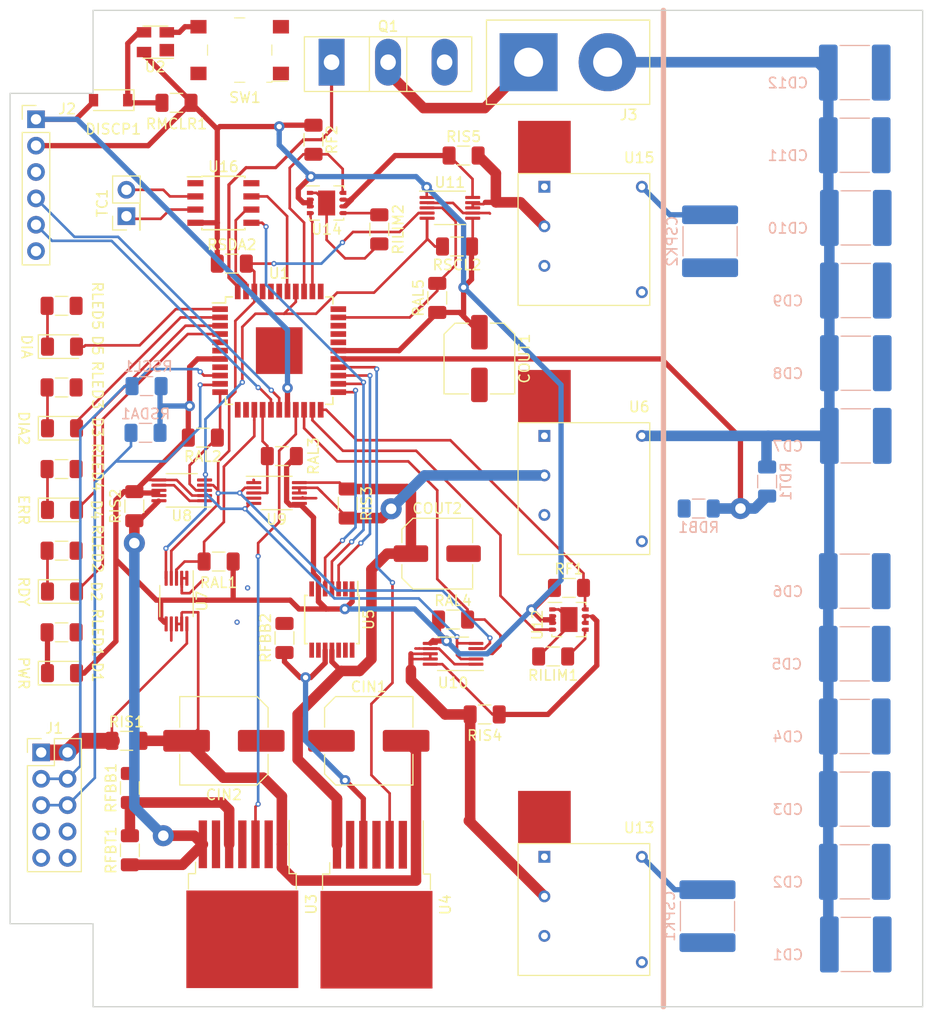
<source format=kicad_pcb>
(kicad_pcb (version 20171130) (host pcbnew "(5.1.0)-1")
  (layers (0 F.Cu signal) (31 B.Cu signal) (34 B.Paste user) (35 F.Paste user) (36 B.SilkS user) (37 F.SilkS user) (38 B.Mask user) (39 F.Mask user) (44 Edge.Cuts user))
  (net 0 "")
  (net 1 GND)
  (net 2 PM_VIN)
  (net 3 VCC)
  (net 4 U4_VOUT)
  (net 5 /PWR_LED)
  (net 6 MCLR)
  (net 7 SCL1)
  (net 8 SDA1)
  (net 9 ICSPDAT)
  (net 10 ICSPCLK)
  (net 11 U7_ALERT)
  (net 12 U8_ALERT)
  (net 13 U9_ALERT)
  (net 14 U10_ALERT)
  (net 15 U11_ALERT)
  (net 16 RE2)
  (net 17 U12_FAULT)
  (net 18 U14_FAULT)
  (net 19 U3_VOUT)
  (net 20 SCL2)
  (net 21 SDA2)
  (net 22 /MCLR_BTTN)
  (net 23 U12_EN)
  (net 24 U14_EN)
  (net 25 U4_EN)
  (net 26 U7_SD)
  (net 27 U5_DIN)
  (net 28 SCLK)
  (net 29 U5_CS)
  (net 30 U16_CS)
  (net 31 /CAP_BANK_POSITIVE)
  (net 32 THRUST_CONTROL)
  (net 33 /DBNC_DDE_PRTCTD)
  (net 34 /U12_ILIM)
  (net 35 /U14_ILIM)
  (net 36 /TC+)
  (net 37 /TC-)
  (net 38 /SPK1)
  (net 39 /SPK2)
  (net 40 /R_RDY)
  (net 41 /R_ERR)
  (net 42 /R_DIA)
  (net 43 /U7_DIAG_NET)
  (net 44 /U3-FB)
  (net 45 /U4_FB)
  (net 46 /R_DIA2)
  (net 47 /U6_VIN)
  (net 48 /U12_VOUT)
  (net 49 /U13_VIN)
  (net 50 /U15_VIN)
  (net 51 /U14_OUT)
  (net 52 U3_EN)
  (net 53 RDY_LED)
  (net 54 DIA2_LED)
  (net 55 ERR_LED)
  (net 56 DIA_LED)
  (net 57 /Thrust_Connector)
  (module Package_SO:VSSOP-10_3x3mm_P0.5mm (layer F.Cu) (at 114.554 95.25 180)
    (fp_text reference U8 (at 0 -2.45 180) (layer F.SilkS))
    (fp_text value INA233)
    (pad 1 smd roundrect (at -2.2 -1 180) (size 1.45 0.3) (layers F.Cu F.Paste F.Mask) (net 1 GND))
    (pad 2 smd roundrect (at -2.2 -0.5 180) (size 1.45 0.3) (layers F.Cu F.Paste F.Mask) (net 3 VCC))
    (pad 3 smd roundrect (at -2.2 0 180) (size 1.45 0.3) (layers F.Cu F.Paste F.Mask) (net 12 U8_ALERT))
    (pad 4 smd roundrect (at -2.2 0.5 180) (size 1.45 0.3) (layers F.Cu F.Paste F.Mask) (net 21 SDA2))
    (pad 5 smd roundrect (at -2.2 1 180) (size 1.45 0.3) (layers F.Cu F.Paste F.Mask) (net 20 SCL2))
    (pad 6 smd roundrect (at 2.2 1 180) (size 1.45 0.3) (layers F.Cu F.Paste F.Mask) (net 3 VCC))
    (pad 7 smd roundrect (at 2.2 0.5 180) (size 1.45 0.3) (layers F.Cu F.Paste F.Mask) (net 1 GND))
    (pad 8 smd roundrect (at 2.2 0 180) (size 1.45 0.3) (layers F.Cu F.Paste F.Mask) (net 3 VCC))
    (pad 9 smd roundrect (at 2.2 -0.5 180) (size 1.45 0.3) (layers F.Cu F.Paste F.Mask) (net 3 VCC))
    (pad 10 smd roundrect (at 2.2 -1 180) (size 1.45 0.3) (layers F.Cu F.Paste F.Mask) (net 19 U3_VOUT))
  )
  (module Package_SO:VSSOP-10_3x3mm_P0.5mm (layer F.Cu) (at 114.046 105.918 270)
    (fp_text reference U7 (at 0 -2.45 270) (layer F.SilkS))
    (fp_text value INA233)
    (pad 1 smd roundrect (at -2.2 -1 270) (size 1.45 0.3) (layers F.Cu F.Paste F.Mask) (net 1 GND))
    (pad 2 smd roundrect (at -2.2 -0.5 270) (size 1.45 0.3) (layers F.Cu F.Paste F.Mask) (net 1 GND))
    (pad 3 smd roundrect (at -2.2 0 270) (size 1.45 0.3) (layers F.Cu F.Paste F.Mask) (net 11 U7_ALERT))
    (pad 4 smd roundrect (at -2.2 0.5 270) (size 1.45 0.3) (layers F.Cu F.Paste F.Mask) (net 21 SDA2))
    (pad 5 smd roundrect (at -2.2 1 270) (size 1.45 0.3) (layers F.Cu F.Paste F.Mask) (net 20 SCL2))
    (pad 6 smd roundrect (at 2.2 1 270) (size 1.45 0.3) (layers F.Cu F.Paste F.Mask) (net 3 VCC))
    (pad 7 smd roundrect (at 2.2 0.5 270) (size 1.45 0.3) (layers F.Cu F.Paste F.Mask) (net 1 GND))
    (pad 8 smd roundrect (at 2.2 0 270) (size 1.45 0.3) (layers F.Cu F.Paste F.Mask) (net 2 PM_VIN))
    (pad 9 smd roundrect (at 2.2 -0.5 270) (size 1.45 0.3) (layers F.Cu F.Paste F.Mask) (net 2 PM_VIN))
    (pad 10 smd roundrect (at 2.2 -1 270) (size 1.45 0.3) (layers F.Cu F.Paste F.Mask) (net 43 /U7_DIAG_NET))
  )
  (module Diode_SMD:D_SOD-123 (layer F.Cu) (at 107.696 57.658 180)
    (fp_text reference DISCP1 (at -0.254 -2.794 180) (layer F.SilkS))
    (fp_text value DIODE)
    (pad 1 smd rect (at -1.65 0 180) (size 0.9 1.2) (layers F.Cu F.Paste F.Mask) (net 33 /DBNC_DDE_PRTCTD))
    (pad 2 smd rect (at 1.65 0 180) (size 0.9 1.2) (layers F.Cu F.Paste F.Mask) (net 6 MCLR))
  )
  (module Package_TO_SOT_SMD:SOT-143 (layer F.Cu) (at 112.014 52.07 180)
    (fp_text reference U2 (at 0.02 -2.38 180) (layer F.SilkS))
    (fp_text value MAX6816)
    (pad 1 smd rect (at -1.1 -0.77 90) (size 1.2 1.4) (layers F.Cu F.Paste F.Mask) (net 1 GND))
    (pad 2 smd rect (at -1.1 0.95 90) (size 1 1.4) (layers F.Cu F.Paste F.Mask) (net 22 /MCLR_BTTN))
    (pad 3 smd rect (at 1.1 0.95 90) (size 1 1.4) (layers F.Cu F.Paste F.Mask) (net 33 /DBNC_DDE_PRTCTD))
    (pad 4 smd rect (at 1.1 -0.95 90) (size 1 1.4) (layers F.Cu F.Paste F.Mask) (net 3 VCC))
  )
  (module digikey-footprints:Switch_Tactile_SMD_6x6mm_PTS645 (layer F.Cu) (at 120.142 52.832 180)
    (fp_text reference SW1 (at -0.508 -4.572 180) (layer F.SilkS))
    (fp_text value PTS645SM43SMTR92_LFS hide)
    (pad 1 smd rect (at -3.975 -2.25 180) (size 1.55 1.3) (layers F.Cu F.Paste F.Mask))
    (pad 2 smd rect (at 3.975 -2.25 180) (size 1.55 1.3) (layers F.Cu F.Paste F.Mask) (net 1 GND))
    (pad 3 smd rect (at -3.975 2.25 180) (size 1.55 1.3) (layers F.Cu F.Paste F.Mask))
    (pad 4 smd rect (at 3.975 2.25 180) (size 1.55 1.3) (layers F.Cu F.Paste F.Mask) (net 22 /MCLR_BTTN))
  )
  (module Capacitor_SMD:C_Elec_6.3x7.7 (layer F.Cu) (at 139.192 101.346)
    (fp_text reference COUT2 (at 0 -4.35) (layer F.SilkS))
    (fp_text value 330u)
    (pad 2 smd roundrect (at 2.5375 0) (size 3.325 1.6) (layers F.Cu F.Paste F.Mask) (roundrect_rratio 0.15625) (net 1 GND))
    (pad 1 smd roundrect (at -2.5375 0) (size 3.325 1.6) (layers F.Cu F.Paste F.Mask) (roundrect_rratio 0.15625) (net 4 U4_VOUT))
  )
  (module Resistor_SMD:R_1206_3216Metric (layer F.Cu) (at 118.11 102.108)
    (fp_text reference RAL1 (at 0 2.032) (layer F.SilkS))
    (fp_text value 4.7k)
    (pad 1 smd roundrect (at -1.4 0) (size 1.25 1.75) (layers F.Cu F.Paste F.Mask) (roundrect_rratio 0.2) (net 11 U7_ALERT))
    (pad 2 smd roundrect (at 1.4 0) (size 1.25 1.75) (layers F.Cu F.Paste F.Mask) (roundrect_rratio 0.2) (net 3 VCC))
  )
  (module Resistor_SMD:R_1206_3216Metric (layer F.Cu) (at 119.38 73.406)
    (fp_text reference RSDA2 (at 0 -1.82) (layer F.SilkS))
    (fp_text value 4.7k)
    (pad 2 smd roundrect (at 1.4 0) (size 1.25 1.75) (layers F.Cu F.Paste F.Mask) (roundrect_rratio 0.2) (net 21 SDA2))
    (pad 1 smd roundrect (at -1.4 0) (size 1.25 1.75) (layers F.Cu F.Paste F.Mask) (roundrect_rratio 0.2) (net 3 VCC))
  )
  (module Resistor_SMD:R_1206_3216Metric (layer F.Cu) (at 127.254 61.468 90)
    (fp_text reference RF2 (at 0 1.778 90) (layer F.SilkS))
    (fp_text value 100k)
    (pad 1 smd roundrect (at -1.4 0 90) (size 1.25 1.75) (layers F.Cu F.Paste F.Mask) (roundrect_rratio 0.2) (net 18 U14_FAULT))
    (pad 2 smd roundrect (at 1.4 0 90) (size 1.25 1.75) (layers F.Cu F.Paste F.Mask) (roundrect_rratio 0.2) (net 3 VCC))
  )
  (module Package_SO:VSSOP-10_3x3mm_P0.5mm (layer F.Cu) (at 123.698 95.504)
    (fp_text reference U9 (at 0 2.54) (layer F.SilkS))
    (fp_text value INA233)
    (pad 1 smd roundrect (at -2.2 -1) (size 1.45 0.3) (layers F.Cu F.Paste F.Mask) (net 1 GND))
    (pad 2 smd roundrect (at -2.2 -0.5) (size 1.45 0.3) (layers F.Cu F.Paste F.Mask) (net 21 SDA2))
    (pad 3 smd roundrect (at -2.2 0) (size 1.45 0.3) (layers F.Cu F.Paste F.Mask) (net 13 U9_ALERT))
    (pad 4 smd roundrect (at -2.2 0.5) (size 1.45 0.3) (layers F.Cu F.Paste F.Mask) (net 21 SDA2))
    (pad 5 smd roundrect (at -2.2 1) (size 1.45 0.3) (layers F.Cu F.Paste F.Mask) (net 20 SCL2))
    (pad 6 smd roundrect (at 2.2 1) (size 1.45 0.3) (layers F.Cu F.Paste F.Mask) (net 3 VCC))
    (pad 7 smd roundrect (at 2.2 0.5) (size 1.45 0.3) (layers F.Cu F.Paste F.Mask) (net 1 GND))
    (pad 8 smd roundrect (at 2.2 0) (size 1.45 0.3) (layers F.Cu F.Paste F.Mask) (net 47 /U6_VIN))
    (pad 9 smd roundrect (at 2.2 -0.5) (size 1.45 0.3) (layers F.Cu F.Paste F.Mask) (net 47 /U6_VIN))
    (pad 10 smd roundrect (at 2.2 -1) (size 1.45 0.3) (layers F.Cu F.Paste F.Mask) (net 4 U4_VOUT))
  )
  (module Package_SON:Texas_S-PVSON-N8 (layer F.Cu) (at 151.892 107.696)
    (fp_text reference U12 (at -3.048 0.508 -270) (layer F.SilkS))
    (fp_text value TPS2557)
    (pad 8 smd oval (at 1.55 -0.975) (size 0.65 0.4) (layers F.Cu F.Paste F.Mask) (net 17 U12_FAULT))
    (pad 7 smd oval (at 1.55 -0.325) (size 0.65 0.4) (layers F.Cu F.Paste F.Mask) (net 48 /U12_VOUT))
    (pad 6 smd rect (at 1.75 0.325) (size 0.3 0.4) (layers F.Cu F.Paste F.Mask) (net 48 /U12_VOUT))
    (pad 5 smd rect (at 1.75 0.975) (size 0.3 0.4) (layers F.Cu F.Paste F.Mask) (net 34 /U12_ILIM))
    (pad 4 smd rect (at -1.75 0.975) (size 0.3 0.4) (layers F.Cu F.Paste F.Mask) (net 23 U12_EN))
    (pad 3 smd oval (at -1.55 0.325) (size 0.65 0.4) (layers F.Cu F.Paste F.Mask) (net 3 VCC))
    (pad 2 smd rect (at -1.75 -0.325) (size 0.3 0.4) (layers F.Cu F.Paste F.Mask) (net 3 VCC))
    (pad 1 smd rect (at -1.75 -0.975) (size 0.3 0.4) (layers F.Cu F.Paste F.Mask) (net 1 GND))
    (pad 9 smd rect (at 0 0) (size 1.65 2.4) (layers F.Cu F.Mask) (net 1 GND))
    (pad 9 smd rect (at 0.45 0.625) (size 0.65 1) (layers F.Cu F.Paste F.Mask) (net 1 GND))
    (pad 9 smd rect (at -0.45 0.625) (size 0.65 1) (layers F.Cu F.Paste F.Mask) (net 1 GND))
    (pad 9 smd rect (at 0.45 -0.625) (size 0.65 1) (layers F.Cu F.Paste F.Mask) (net 1 GND))
    (pad 9 smd rect (at -0.45 -0.625) (size 0.65 1) (layers F.Cu F.Paste F.Mask) (net 1 GND))
    (pad 8 smd rect (at 1.75 -0.975) (size 0.3 0.4) (layers F.Cu F.Paste F.Mask) (net 17 U12_FAULT))
    (pad 7 smd rect (at 1.75 -0.325) (size 0.3 0.4) (layers F.Cu F.Paste F.Mask) (net 48 /U12_VOUT))
    (pad 6 smd oval (at 1.55 0.325) (size 0.65 0.4) (layers F.Cu F.Paste F.Mask) (net 48 /U12_VOUT))
    (pad 5 smd oval (at 1.55 0.975) (size 0.65 0.4) (layers F.Cu F.Paste F.Mask) (net 34 /U12_ILIM))
    (pad 4 smd oval (at -1.55 0.975) (size 0.65 0.4) (layers F.Cu F.Paste F.Mask) (net 23 U12_EN))
    (pad 3 smd rect (at -1.75 0.325) (size 0.3 0.4) (layers F.Cu F.Paste F.Mask) (net 3 VCC))
    (pad 2 smd oval (at -1.55 -0.325) (size 0.65 0.4) (layers F.Cu F.Paste F.Mask) (net 3 VCC))
    (pad 1 smd oval (at -1.55 -0.975) (size 0.65 0.4) (layers F.Cu F.Paste F.Mask) (net 1 GND))
  )
  (module PPTBoard:EMCO_Q_2.5-5kV-Shielded (layer F.Cu) (at 149.524 130.556)
    (fp_text reference U13 (at 9.144 -2.794) (layer F.SilkS))
    (fp_text value EMCO-Q50-5)
    (pad 8 connect rect (at 0 -3.81) (size 5.08 5.08) (layers F.Cu F.Mask) (net 1 GND))
    (pad 6 thru_hole circle (at 0 7.62) (size 1.143 1.143) (drill 0.6604) (layers *.Cu *.Mask))
    (pad 4 thru_hole circle (at 9.398 10.16) (size 1.143 1.143) (drill 0.6604) (layers *.Cu *.Mask) (net 1 GND))
    (pad 3 thru_hole circle (at 9.398 0) (size 1.143 1.143) (drill 0.6604) (layers *.Cu *.Mask) (net 38 /SPK1))
    (pad 2 thru_hole circle (at 0 3.81) (size 1.143 1.143) (drill 0.6604) (layers *.Cu *.Mask) (net 49 /U13_VIN))
    (pad 1 thru_hole rect (at 0 0) (size 1.143 1.143) (drill 0.6604) (layers *.Cu *.Mask) (net 1 GND))
  )
  (module PPTBoard:EMCO_Q_2.5-5kV-Shielded (layer F.Cu) (at 149.524 90)
    (fp_text reference U6 (at 9.144 -2.794) (layer F.SilkS))
    (fp_text value EMCO-Q10-5)
    (pad 8 connect rect (at 0 -3.81) (size 5.08 5.08) (layers F.Cu F.Mask) (net 1 GND))
    (pad 6 thru_hole circle (at 0 7.62) (size 1.143 1.143) (drill 0.6604) (layers *.Cu *.Mask))
    (pad 4 thru_hole circle (at 9.398 10.16) (size 1.143 1.143) (drill 0.6604) (layers *.Cu *.Mask) (net 1 GND))
    (pad 3 thru_hole circle (at 9.398 0) (size 1.143 1.143) (drill 0.6604) (layers *.Cu *.Mask) (net 31 /CAP_BANK_POSITIVE))
    (pad 2 thru_hole circle (at 0 3.81) (size 1.143 1.143) (drill 0.6604) (layers *.Cu *.Mask) (net 47 /U6_VIN))
    (pad 1 thru_hole rect (at 0 0) (size 1.143 1.143) (drill 0.6604) (layers *.Cu *.Mask) (net 1 GND))
  )
  (module PPTBoard:EMCO_Q_2.5-5kV-Shielded (layer F.Cu) (at 149.524 66)
    (fp_text reference U15 (at 9.144 -2.794) (layer F.SilkS))
    (fp_text value EMCO-Q50-5)
    (pad 8 connect rect (at 0 -3.81) (size 5.08 5.08) (layers F.Cu F.Mask) (net 1 GND))
    (pad 6 thru_hole circle (at 0 7.62) (size 1.143 1.143) (drill 0.6604) (layers *.Cu *.Mask))
    (pad 4 thru_hole circle (at 9.398 10.16) (size 1.143 1.143) (drill 0.6604) (layers *.Cu *.Mask) (net 1 GND))
    (pad 3 thru_hole circle (at 9.398 0) (size 1.143 1.143) (drill 0.6604) (layers *.Cu *.Mask) (net 39 /SPK2))
    (pad 2 thru_hole circle (at 0 3.81) (size 1.143 1.143) (drill 0.6604) (layers *.Cu *.Mask) (net 50 /U15_VIN))
    (pad 1 thru_hole rect (at 0 0) (size 1.143 1.143) (drill 0.6604) (layers *.Cu *.Mask) (net 1 GND))
  )
  (module Capacitor_SMD:C_Elec_8x10.2 (layer F.Cu) (at 132.588 119.38)
    (fp_text reference CIN1 (at 0 -5.2) (layer F.SilkS))
    (fp_text value 22u)
    (pad 1 smd roundrect (at -3.6 0) (size 4.5 2.1) (layers F.Cu F.Paste F.Mask) (roundrect_rratio 0.119048) (net 1 GND))
    (pad 2 smd roundrect (at 3.6 0) (size 4.5 2.1) (layers F.Cu F.Paste F.Mask) (roundrect_rratio 0.119048) (net 2 PM_VIN))
  )
  (module Package_QFP:TQFP-44-1EP_10x10mm_P0.8mm_EP4.5x4.5mm (layer F.Cu) (at 123.952 81.788)
    (fp_text reference U1 (at 0 -7.45) (layer F.SilkS))
    (fp_text value PIC18F47K40)
    (pad 1 smd rect (at -5.7 -4) (size 1.5 0.55) (layers F.Cu F.Paste F.Mask) (net 56 DIA_LED))
    (pad 2 smd rect (at -5.7 -3.2) (size 1.5 0.55) (layers F.Cu F.Paste F.Mask) (net 54 DIA2_LED))
    (pad 3 smd rect (at -5.7 -2.4) (size 1.5 0.55) (layers F.Cu F.Paste F.Mask) (net 55 ERR_LED))
    (pad 4 smd rect (at -5.7 -1.6) (size 1.5 0.55) (layers F.Cu F.Paste F.Mask) (net 53 RDY_LED))
    (pad 5 smd rect (at -5.7 -0.8) (size 1.5 0.55) (layers F.Cu F.Paste F.Mask))
    (pad 6 smd rect (at -5.7 0) (size 1.5 0.55) (layers F.Cu F.Paste F.Mask) (net 1 GND))
    (pad 7 smd rect (at -5.7 0.8) (size 1.5 0.55) (layers F.Cu F.Paste F.Mask) (net 3 VCC))
    (pad 8 smd rect (at -5.7 1.6) (size 1.5 0.55) (layers F.Cu F.Paste F.Mask))
    (pad 9 smd rect (at -5.7 2.4) (size 1.5 0.55) (layers F.Cu F.Paste F.Mask) (net 7 SCL1))
    (pad 10 smd rect (at -5.7 3.2) (size 1.5 0.55) (layers F.Cu F.Paste F.Mask) (net 8 SDA1))
    (pad 11 smd rect (at -5.7 4) (size 1.5 0.55) (layers F.Cu F.Paste F.Mask) (net 12 U8_ALERT))
    (pad 12 smd rect (at -4 5.7 90) (size 1.5 0.55) (layers F.Cu F.Paste F.Mask))
    (pad 13 smd rect (at -3.2 5.7 90) (size 1.5 0.55) (layers F.Cu F.Paste F.Mask))
    (pad 14 smd rect (at -2.4 5.7 90) (size 1.5 0.55) (layers F.Cu F.Paste F.Mask) (net 11 U7_ALERT))
    (pad 15 smd rect (at -1.6 5.7 90) (size 1.5 0.55) (layers F.Cu F.Paste F.Mask) (net 13 U9_ALERT))
    (pad 16 smd rect (at -0.8 5.7 90) (size 1.5 0.55) (layers F.Cu F.Paste F.Mask) (net 10 ICSPCLK))
    (pad 17 smd rect (at 0 5.7 90) (size 1.5 0.55) (layers F.Cu F.Paste F.Mask) (net 9 ICSPDAT))
    (pad 18 smd rect (at 0.8 5.7 90) (size 1.5 0.55) (layers F.Cu F.Paste F.Mask) (net 6 MCLR))
    (pad 19 smd rect (at 1.6 5.7 90) (size 1.5 0.55) (layers F.Cu F.Paste F.Mask) (net 52 U3_EN))
    (pad 20 smd rect (at 2.4 5.7 90) (size 1.5 0.55) (layers F.Cu F.Paste F.Mask) (net 14 U10_ALERT))
    (pad 21 smd rect (at 3.2 5.7 90) (size 1.5 0.55) (layers F.Cu F.Paste F.Mask) (net 23 U12_EN))
    (pad 22 smd rect (at 4 5.7 90) (size 1.5 0.55) (layers F.Cu F.Paste F.Mask) (net 17 U12_FAULT))
    (pad 23 smd rect (at 5.7 4) (size 1.5 0.55) (layers F.Cu F.Paste F.Mask) (net 27 U5_DIN))
    (pad 24 smd rect (at 5.7 3.2) (size 1.5 0.55) (layers F.Cu F.Paste F.Mask) (net 28 SCLK))
    (pad 25 smd rect (at 5.7 2.4) (size 1.5 0.55) (layers F.Cu F.Paste F.Mask) (net 29 U5_CS))
    (pad 26 smd rect (at 5.7 1.6) (size 1.5 0.55) (layers F.Cu F.Paste F.Mask) (net 25 U4_EN))
    (pad 27 smd rect (at 5.7 0.8) (size 1.5 0.55) (layers F.Cu F.Paste F.Mask) (net 16 RE2))
    (pad 28 smd rect (at 5.7 0) (size 1.5 0.55) (layers F.Cu F.Paste F.Mask) (net 3 VCC))
    (pad 29 smd rect (at 5.7 -0.8) (size 1.5 0.55) (layers F.Cu F.Paste F.Mask) (net 1 GND))
    (pad 30 smd rect (at 5.7 -1.6) (size 1.5 0.55) (layers F.Cu F.Paste F.Mask))
    (pad 31 smd rect (at 5.7 -2.4) (size 1.5 0.55) (layers F.Cu F.Paste F.Mask))
    (pad 32 smd rect (at 5.7 -3.2) (size 1.5 0.55) (layers F.Cu F.Paste F.Mask) (net 15 U11_ALERT))
    (pad 33 smd rect (at 5.7 -4) (size 1.5 0.55) (layers F.Cu F.Paste F.Mask))
    (pad 34 smd rect (at 4 -5.7 90) (size 1.5 0.55) (layers F.Cu F.Paste F.Mask))
    (pad 35 smd rect (at 3.2 -5.7 90) (size 1.5 0.55) (layers F.Cu F.Paste F.Mask) (net 24 U14_EN))
    (pad 36 smd rect (at 2.4 -5.7 90) (size 1.5 0.55) (layers F.Cu F.Paste F.Mask) (net 18 U14_FAULT))
    (pad 37 smd rect (at 1.6 -5.7 90) (size 1.5 0.55) (layers F.Cu F.Paste F.Mask) (net 20 SCL2))
    (pad 38 smd rect (at 0.8 -5.7 90) (size 1.5 0.55) (layers F.Cu F.Paste F.Mask) (net 26 U7_SD))
    (pad 39 smd rect (at 0 -5.7 90) (size 1.5 0.55) (layers F.Cu F.Paste F.Mask))
    (pad 40 smd rect (at -0.8 -5.7 90) (size 1.5 0.55) (layers F.Cu F.Paste F.Mask))
    (pad 41 smd rect (at -1.6 -5.7 90) (size 1.5 0.55) (layers F.Cu F.Paste F.Mask))
    (pad 42 smd rect (at -2.4 -5.7 90) (size 1.5 0.55) (layers F.Cu F.Paste F.Mask) (net 21 SDA2))
    (pad 43 smd rect (at -3.2 -5.7 90) (size 1.5 0.55) (layers F.Cu F.Paste F.Mask) (net 30 U16_CS))
    (pad 44 smd rect (at -4 -5.7 90) (size 1.5 0.55) (layers F.Cu F.Paste F.Mask) (net 32 THRUST_CONTROL))
    (pad 45 smd rect (at 0 0) (size 4.5 4.5) (layers F.Cu F.Mask) (net 1 GND))
  )
  (module Package_SO:SOIC-8_3.9x4.9mm_P1.27mm (layer F.Cu) (at 118.57 67.564)
    (fp_text reference U16 (at 0 -3.5) (layer F.SilkS))
    (fp_text value MAX6675)
    (pad 1 smd rect (at -2.7 -1.905) (size 1.55 0.6) (layers F.Cu F.Paste F.Mask) (net 1 GND))
    (pad 2 smd rect (at -2.7 -0.635) (size 1.55 0.6) (layers F.Cu F.Paste F.Mask) (net 37 /TC-))
    (pad 3 smd rect (at -2.7 0.635) (size 1.55 0.6) (layers F.Cu F.Paste F.Mask) (net 36 /TC+))
    (pad 4 smd rect (at -2.7 1.905) (size 1.55 0.6) (layers F.Cu F.Paste F.Mask) (net 3 VCC))
    (pad 5 smd rect (at 2.7 1.905) (size 1.55 0.6) (layers F.Cu F.Paste F.Mask) (net 28 SCLK))
    (pad 6 smd rect (at 2.7 0.635) (size 1.55 0.6) (layers F.Cu F.Paste F.Mask) (net 30 U16_CS))
    (pad 7 smd rect (at 2.7 -0.635) (size 1.55 0.6) (layers F.Cu F.Paste F.Mask) (net 26 U7_SD))
    (pad 8 smd rect (at 2.7 -1.905) (size 1.55 0.6) (layers F.Cu F.Paste F.Mask))
  )
  (module Capacitor_SMD:C_2220_5650Metric (layer B.Cu) (at 179.55 139)
    (fp_text reference CD1 (at -6.55 1) (layer B.SilkS) (effects (justify mirror)))
    (fp_text value 0.47u)
    (pad 2 smd roundrect (at 2.55 0) (size 1.8 5.4) (layers B.Cu B.Paste B.Mask) (roundrect_rratio 0.138889) (net 1 GND))
    (pad 1 smd roundrect (at -2.55 0) (size 1.8 5.4) (layers B.Cu B.Paste B.Mask) (roundrect_rratio 0.138889) (net 31 /CAP_BANK_POSITIVE))
  )
  (module Capacitor_SMD:C_2220_5650Metric (layer B.Cu) (at 179.45 132)
    (fp_text reference CD2 (at -6.45 1) (layer B.SilkS) (effects (justify mirror)))
    (fp_text value 0.47u)
    (pad 1 smd roundrect (at -2.55 0) (size 1.8 5.4) (layers B.Cu B.Paste B.Mask) (roundrect_rratio 0.138889) (net 31 /CAP_BANK_POSITIVE))
    (pad 2 smd roundrect (at 2.55 0) (size 1.8 5.4) (layers B.Cu B.Paste B.Mask) (roundrect_rratio 0.138889) (net 1 GND))
  )
  (module Capacitor_SMD:C_2220_5650Metric (layer B.Cu) (at 179.45 125)
    (fp_text reference CD3 (at -6.45 1) (layer B.SilkS) (effects (justify mirror)))
    (fp_text value 0.47u)
    (pad 1 smd roundrect (at -2.55 0) (size 1.8 5.4) (layers B.Cu B.Paste B.Mask) (roundrect_rratio 0.138889) (net 31 /CAP_BANK_POSITIVE))
    (pad 2 smd roundrect (at 2.55 0) (size 1.8 5.4) (layers B.Cu B.Paste B.Mask) (roundrect_rratio 0.138889) (net 1 GND))
  )
  (module Capacitor_SMD:C_2220_5650Metric (layer B.Cu) (at 179.45 118)
    (fp_text reference CD4 (at -6.45 1) (layer B.SilkS) (effects (justify mirror)))
    (fp_text value 0.47u)
    (pad 2 smd roundrect (at 2.55 0) (size 1.8 5.4) (layers B.Cu B.Paste B.Mask) (roundrect_rratio 0.138889) (net 1 GND))
    (pad 1 smd roundrect (at -2.55 0) (size 1.8 5.4) (layers B.Cu B.Paste B.Mask) (roundrect_rratio 0.138889) (net 31 /CAP_BANK_POSITIVE))
  )
  (module Capacitor_SMD:C_2220_5650Metric (layer B.Cu) (at 179.45 111)
    (fp_text reference CD5 (at -6.55 1) (layer B.SilkS) (effects (justify mirror)))
    (fp_text value 0.47u)
    (pad 1 smd roundrect (at -2.55 0) (size 1.8 5.4) (layers B.Cu B.Paste B.Mask) (roundrect_rratio 0.138889) (net 31 /CAP_BANK_POSITIVE))
    (pad 2 smd roundrect (at 2.55 0) (size 1.8 5.4) (layers B.Cu B.Paste B.Mask) (roundrect_rratio 0.138889) (net 1 GND))
  )
  (module Capacitor_SMD:C_2220_5650Metric (layer B.Cu) (at 179.45 104)
    (fp_text reference CD6 (at -6.45 1) (layer B.SilkS) (effects (justify mirror)))
    (fp_text value 0.47u)
    (pad 2 smd roundrect (at 2.55 0) (size 1.8 5.4) (layers B.Cu B.Paste B.Mask) (roundrect_rratio 0.138889) (net 1 GND))
    (pad 1 smd roundrect (at -2.55 0) (size 1.8 5.4) (layers B.Cu B.Paste B.Mask) (roundrect_rratio 0.138889) (net 31 /CAP_BANK_POSITIVE))
  )
  (module Capacitor_SMD:C_2220_5650Metric (layer B.Cu) (at 179.55 90)
    (fp_text reference CD7 (at -6.55 1) (layer B.SilkS) (effects (justify mirror)))
    (fp_text value 0.47u)
    (pad 1 smd roundrect (at -2.55 0) (size 1.8 5.4) (layers B.Cu B.Paste B.Mask) (roundrect_rratio 0.138889) (net 31 /CAP_BANK_POSITIVE))
    (pad 2 smd roundrect (at 2.55 0) (size 1.8 5.4) (layers B.Cu B.Paste B.Mask) (roundrect_rratio 0.138889) (net 1 GND))
  )
  (module Capacitor_SMD:C_2220_5650Metric (layer B.Cu) (at 179.55 83)
    (fp_text reference CD8 (at -6.55 1) (layer B.SilkS) (effects (justify mirror)))
    (fp_text value 0.47u)
    (pad 2 smd roundrect (at 2.55 0) (size 1.8 5.4) (layers B.Cu B.Paste B.Mask) (roundrect_rratio 0.138889) (net 1 GND))
    (pad 1 smd roundrect (at -2.55 0) (size 1.8 5.4) (layers B.Cu B.Paste B.Mask) (roundrect_rratio 0.138889) (net 31 /CAP_BANK_POSITIVE))
  )
  (module Capacitor_SMD:C_2220_5650Metric (layer B.Cu) (at 179.55 76)
    (fp_text reference CD9 (at -6.55 1) (layer B.SilkS) (effects (justify mirror)))
    (fp_text value 0.47u)
    (pad 1 smd roundrect (at -2.55 0) (size 1.8 5.4) (layers B.Cu B.Paste B.Mask) (roundrect_rratio 0.138889) (net 31 /CAP_BANK_POSITIVE))
    (pad 2 smd roundrect (at 2.55 0) (size 1.8 5.4) (layers B.Cu B.Paste B.Mask) (roundrect_rratio 0.138889) (net 1 GND))
  )
  (module Capacitor_SMD:C_2220_5650Metric (layer B.Cu) (at 179.55 69)
    (fp_text reference CD10 (at -6.55 1) (layer B.SilkS) (effects (justify mirror)))
    (fp_text value 0.47u)
    (pad 2 smd roundrect (at 2.55 0) (size 1.8 5.4) (layers B.Cu B.Paste B.Mask) (roundrect_rratio 0.138889) (net 1 GND))
    (pad 1 smd roundrect (at -2.55 0) (size 1.8 5.4) (layers B.Cu B.Paste B.Mask) (roundrect_rratio 0.138889) (net 31 /CAP_BANK_POSITIVE))
  )
  (module Capacitor_SMD:C_2220_5650Metric (layer B.Cu) (at 179.45 62)
    (fp_text reference CD11 (at -6.45 1) (layer B.SilkS) (effects (justify mirror)))
    (fp_text value 0.47u)
    (pad 1 smd roundrect (at -2.55 0) (size 1.8 5.4) (layers B.Cu B.Paste B.Mask) (roundrect_rratio 0.138889) (net 31 /CAP_BANK_POSITIVE))
    (pad 2 smd roundrect (at 2.55 0) (size 1.8 5.4) (layers B.Cu B.Paste B.Mask) (roundrect_rratio 0.138889) (net 1 GND))
  )
  (module Capacitor_SMD:C_2220_5650Metric (layer B.Cu) (at 179.45 55)
    (fp_text reference CD12 (at -6.45 1) (layer B.SilkS) (effects (justify mirror)))
    (fp_text value 0.47u)
    (pad 2 smd roundrect (at 2.55 0) (size 1.8 5.4) (layers B.Cu B.Paste B.Mask) (roundrect_rratio 0.138889) (net 1 GND))
    (pad 1 smd roundrect (at -2.55 0) (size 1.8 5.4) (layers B.Cu B.Paste B.Mask) (roundrect_rratio 0.138889) (net 31 /CAP_BANK_POSITIVE))
  )
  (module Capacitor_SMD:C_Elec_8x10.2 (layer F.Cu) (at 118.618 119.38 180)
    (fp_text reference CIN2 (at 0 -5.2 180) (layer F.SilkS))
    (fp_text value 22u)
    (pad 2 smd roundrect (at 3.6 0 180) (size 4.5 2.1) (layers F.Cu F.Paste F.Mask) (roundrect_rratio 0.119048) (net 2 PM_VIN))
    (pad 1 smd roundrect (at -3.6 0 180) (size 4.5 2.1) (layers F.Cu F.Paste F.Mask) (roundrect_rratio 0.119048) (net 1 GND))
  )
  (module Capacitor_SMD:C_Elec_6.3x7.7 (layer F.Cu) (at 143.256 82.55 270)
    (fp_text reference COUT1 (at 0 -4.35 270) (layer F.SilkS))
    (fp_text value 330u)
    (pad 1 smd roundrect (at -2.5375 0 270) (size 3.325 1.6) (layers F.Cu F.Paste F.Mask) (roundrect_rratio 0.15625) (net 3 VCC))
    (pad 2 smd roundrect (at 2.5375 0 270) (size 3.325 1.6) (layers F.Cu F.Paste F.Mask) (roundrect_rratio 0.15625) (net 1 GND))
  )
  (module LED_SMD:LED_1206_3216Metric (layer F.Cu) (at 103.007 112.86)
    (fp_text reference D1 (at 3.419 -0.084215 270 unlocked) (layer F.SilkS))
    (fp_text value PWR (at -3.691 0 270 unlocked) (layer F.SilkS))
    (pad 2 smd roundrect (at 1.4 0) (size 1.25 1.75) (layers F.Cu F.Paste F.Mask) (roundrect_rratio 0.2) (net 3 VCC))
    (pad 1 smd roundrect (at -1.4 0) (size 1.25 1.75) (layers F.Cu F.Paste F.Mask) (roundrect_rratio 0.2) (net 5 /PWR_LED))
  )
  (module LED_SMD:LED_1206_3216Metric (layer F.Cu) (at 103.007 104.996)
    (fp_text reference D2 (at 3.309 0 270 unlocked) (layer F.SilkS))
    (fp_text value RDY (at -3.691 0 270 unlocked) (layer F.SilkS))
    (pad 1 smd roundrect (at -1.4 0) (size 1.25 1.75) (layers F.Cu F.Paste F.Mask) (roundrect_rratio 0.2) (net 40 /R_RDY))
    (pad 2 smd roundrect (at 1.4 0) (size 1.25 1.75) (layers F.Cu F.Paste F.Mask) (roundrect_rratio 0.2) (net 53 RDY_LED))
  )
  (module LED_SMD:LED_1206_3216Metric (layer F.Cu) (at 103.007 89.2667)
    (fp_text reference D3 (at 3.419 -0.101329 270 unlocked) (layer F.SilkS))
    (fp_text value DIA2 (at -3.691 0 270 unlocked) (layer F.SilkS))
    (pad 1 smd roundrect (at -1.4 0) (size 1.25 1.75) (layers F.Cu F.Paste F.Mask) (roundrect_rratio 0.2) (net 46 /R_DIA2))
    (pad 2 smd roundrect (at 1.4 0) (size 1.25 1.75) (layers F.Cu F.Paste F.Mask) (roundrect_rratio 0.2) (net 54 DIA2_LED))
  )
  (module LED_SMD:LED_1206_3216Metric (layer F.Cu) (at 103.007 97.1312)
    (fp_text reference D4 (at 3.309 0 270 unlocked) (layer F.SilkS))
    (fp_text value ERR (at -3.691 0 270 unlocked) (layer F.SilkS))
    (pad 1 smd roundrect (at -1.4 0) (size 1.25 1.75) (layers F.Cu F.Paste F.Mask) (roundrect_rratio 0.2) (net 41 /R_ERR))
    (pad 2 smd roundrect (at 1.4 0) (size 1.25 1.75) (layers F.Cu F.Paste F.Mask) (roundrect_rratio 0.2) (net 55 ERR_LED))
  )
  (module LED_SMD:LED_1206_3216Metric (layer F.Cu) (at 103.007 81.4022)
    (fp_text reference D5 (at 3.419 -0.118443 270 unlocked) (layer F.SilkS))
    (fp_text value DIA (at -3.4 0 270 unlocked) (layer F.SilkS))
    (pad 2 smd roundrect (at 1.4 0) (size 1.25 1.75) (layers F.Cu F.Paste F.Mask) (roundrect_rratio 0.2) (net 56 DIA_LED))
    (pad 1 smd roundrect (at -1.4 0) (size 1.25 1.75) (layers F.Cu F.Paste F.Mask) (roundrect_rratio 0.2) (net 42 /R_DIA))
  )
  (module Connector_PinHeader_2.54mm:PinHeader_2x05_P2.54mm_Vertical (layer F.Cu) (at 101 120.5)
    (fp_text reference J1 (at 1.27 -2.33) (layer F.SilkS))
    (fp_text value Conn_02x05_Odd_Even)
    (pad 1 thru_hole rect (at 0 0) (size 1.7 1.7) (drill 1) (layers *.Cu *.Mask) (net 43 /U7_DIAG_NET))
    (pad 2 thru_hole oval (at 2.54 0) (size 1.7 1.7) (drill 1) (layers *.Cu *.Mask) (net 43 /U7_DIAG_NET))
    (pad 3 thru_hole oval (at 0 2.54) (size 1.7 1.7) (drill 1) (layers *.Cu *.Mask) (net 7 SCL1))
    (pad 4 thru_hole oval (at 2.54 2.54) (size 1.7 1.7) (drill 1) (layers *.Cu *.Mask) (net 7 SCL1))
    (pad 5 thru_hole oval (at 0 5.08) (size 1.7 1.7) (drill 1) (layers *.Cu *.Mask) (net 8 SDA1))
    (pad 6 thru_hole oval (at 2.54 5.08) (size 1.7 1.7) (drill 1) (layers *.Cu *.Mask) (net 8 SDA1))
    (pad 7 thru_hole oval (at 0 7.62) (size 1.7 1.7) (drill 1) (layers *.Cu *.Mask))
    (pad 8 thru_hole oval (at 2.54 7.62) (size 1.7 1.7) (drill 1) (layers *.Cu *.Mask))
    (pad 9 thru_hole oval (at 0 10.16) (size 1.7 1.7) (drill 1) (layers *.Cu *.Mask) (net 1 GND))
    (pad 10 thru_hole oval (at 2.54 10.16) (size 1.7 1.7) (drill 1) (layers *.Cu *.Mask) (net 1 GND))
  )
  (module Connector_PinHeader_2.54mm:PinHeader_1x06_P2.54mm_Vertical (layer F.Cu) (at 100.5 59.5)
    (fp_text reference J2 (at 3 -1) (layer F.SilkS))
    (fp_text value Conn_01x06)
    (pad 1 thru_hole rect (at 0 0) (size 1.7 1.7) (drill 1) (layers *.Cu *.Mask) (net 6 MCLR))
    (pad 2 thru_hole oval (at 0 2.54) (size 1.7 1.7) (drill 1) (layers *.Cu *.Mask) (net 3 VCC))
    (pad 3 thru_hole oval (at 0 5.08) (size 1.7 1.7) (drill 1) (layers *.Cu *.Mask) (net 1 GND))
    (pad 4 thru_hole oval (at 0 7.62) (size 1.7 1.7) (drill 1) (layers *.Cu *.Mask) (net 9 ICSPDAT))
    (pad 5 thru_hole oval (at 0 10.16) (size 1.7 1.7) (drill 1) (layers *.Cu *.Mask) (net 10 ICSPCLK))
    (pad 6 thru_hole oval (at 0 12.7) (size 1.7 1.7) (drill 1) (layers *.Cu *.Mask))
  )
  (module PPTBoard:SolderWirePad_1x02_P0.220in_Drill0.110in (layer F.Cu) (at 148 54)
    (fp_text reference J3 (at 9.652 5.08) (layer F.SilkS))
    (fp_text value Thruster_Connection)
    (pad 1 thru_hole rect (at 0 0) (size 5.588 5.588) (drill 2.794) (layers *.Cu *.Mask) (net 57 /Thrust_Connector))
    (pad 2 thru_hole circle (at 7.62 0) (size 5.588 5.588) (drill 2.794) (layers *.Cu *.Mask) (net 31 /CAP_BANK_POSITIVE))
  )
  (module Package_TO_SOT_THT:TO-247-3_Vertical (layer F.Cu) (at 129 54)
    (fp_text reference Q1 (at 5.45 -3.45) (layer F.SilkS))
    (fp_text value SCT2450KEC)
    (pad 1 thru_hole rect (at 0 0) (size 2.5 4.5) (drill 1.5) (layers *.Cu *.Mask) (net 32 THRUST_CONTROL))
    (pad 2 thru_hole oval (at 5.45 0) (size 2.5 4.5) (drill 1.5) (layers *.Cu *.Mask) (net 57 /Thrust_Connector))
    (pad 3 thru_hole oval (at 10.9 0) (size 2.5 4.5) (drill 1.5) (layers *.Cu *.Mask) (net 1 GND))
  )
  (module Resistor_SMD:R_1206_3216Metric (layer F.Cu) (at 116.586 90.17 180)
    (fp_text reference RAL2 (at 0 -1.82 180) (layer F.SilkS))
    (fp_text value 4.7k)
    (pad 2 smd roundrect (at 1.4 0 180) (size 1.25 1.75) (layers F.Cu F.Paste F.Mask) (roundrect_rratio 0.2) (net 3 VCC))
    (pad 1 smd roundrect (at -1.4 0 180) (size 1.25 1.75) (layers F.Cu F.Paste F.Mask) (roundrect_rratio 0.2) (net 12 U8_ALERT))
  )
  (module Resistor_SMD:R_1206_3216Metric (layer F.Cu) (at 124.206 91.948)
    (fp_text reference RAL3 (at 3.048 0 90) (layer F.SilkS))
    (fp_text value 4.7k)
    (pad 2 smd roundrect (at 1.4 0) (size 1.25 1.75) (layers F.Cu F.Paste F.Mask) (roundrect_rratio 0.2) (net 3 VCC))
    (pad 1 smd roundrect (at -1.4 0) (size 1.25 1.75) (layers F.Cu F.Paste F.Mask) (roundrect_rratio 0.2) (net 13 U9_ALERT))
  )
  (module Resistor_SMD:R_1206_3216Metric (layer F.Cu) (at 140.716 107.696)
    (fp_text reference RAL4 (at 0 -1.82) (layer F.SilkS))
    (fp_text value 4.7k)
    (pad 1 smd roundrect (at -1.4 0) (size 1.25 1.75) (layers F.Cu F.Paste F.Mask) (roundrect_rratio 0.2) (net 3 VCC))
    (pad 2 smd roundrect (at 1.4 0) (size 1.25 1.75) (layers F.Cu F.Paste F.Mask) (roundrect_rratio 0.2) (net 14 U10_ALERT))
  )
  (module Resistor_SMD:R_1206_3216Metric (layer F.Cu) (at 139.192 76.708 90)
    (fp_text reference RAL5 (at 0 -1.82 90) (layer F.SilkS))
    (fp_text value 4.7k)
    (pad 2 smd roundrect (at 1.4 0 90) (size 1.25 1.75) (layers F.Cu F.Paste F.Mask) (roundrect_rratio 0.2) (net 15 U11_ALERT))
    (pad 1 smd roundrect (at -1.4 0 90) (size 1.25 1.75) (layers F.Cu F.Paste F.Mask) (roundrect_rratio 0.2) (net 3 VCC))
  )
  (module Resistor_SMD:R_1206_3216Metric (layer B.Cu) (at 164.4 97)
    (fp_text reference RDB1 (at 0 1.82) (layer B.SilkS) (effects (justify mirror)))
    (fp_text value 500K)
    (pad 2 smd roundrect (at 1.4 0) (size 1.25 1.75) (layers B.Cu B.Paste B.Mask) (roundrect_rratio 0.2) (net 16 RE2))
    (pad 1 smd roundrect (at -1.4 0) (size 1.25 1.75) (layers B.Cu B.Paste B.Mask) (roundrect_rratio 0.2) (net 1 GND))
  )
  (module Resistor_SMD:R_1206_3216Metric (layer B.Cu) (at 171 94.4 90)
    (fp_text reference RDT1 (at 0 1.82 90) (layer B.SilkS) (effects (justify mirror)))
    (fp_text value 100M)
    (pad 1 smd roundrect (at -1.4 0 90) (size 1.25 1.75) (layers B.Cu B.Paste B.Mask) (roundrect_rratio 0.2) (net 16 RE2))
    (pad 2 smd roundrect (at 1.4 0 90) (size 1.25 1.75) (layers B.Cu B.Paste B.Mask) (roundrect_rratio 0.2) (net 31 /CAP_BANK_POSITIVE))
  )
  (module Resistor_SMD:R_1206_3216Metric (layer F.Cu) (at 151.892 104.648)
    (fp_text reference RF1 (at 0 -1.82) (layer F.SilkS))
    (fp_text value 100k)
    (pad 1 smd roundrect (at -1.4 0) (size 1.25 1.75) (layers F.Cu F.Paste F.Mask) (roundrect_rratio 0.2) (net 3 VCC))
    (pad 2 smd roundrect (at 1.4 0) (size 1.25 1.75) (layers F.Cu F.Paste F.Mask) (roundrect_rratio 0.2) (net 17 U12_FAULT))
  )
  (module Resistor_SMD:R_1206_3216Metric (layer F.Cu) (at 109.554 123.926 90)
    (fp_text reference RFBB1 (at 0 -1.82 90) (layer F.SilkS))
    (fp_text value 1.87k)
    (pad 2 smd roundrect (at 1.4 0 90) (size 1.25 1.75) (layers F.Cu F.Paste F.Mask) (roundrect_rratio 0.2) (net 1 GND))
    (pad 1 smd roundrect (at -1.4 0 90) (size 1.25 1.75) (layers F.Cu F.Paste F.Mask) (roundrect_rratio 0.2) (net 44 /U3-FB))
  )
  (module Resistor_SMD:R_1206_3216Metric (layer F.Cu) (at 124.46 109.474 90)
    (fp_text reference RFBB2 (at 0 -1.82 90) (layer F.SilkS))
    (fp_text value 1.87k)
    (pad 2 smd roundrect (at 1.4 0 90) (size 1.25 1.75) (layers F.Cu F.Paste F.Mask) (roundrect_rratio 0.2) (net 1 GND))
    (pad 1 smd roundrect (at -1.4 0 90) (size 1.25 1.75) (layers F.Cu F.Paste F.Mask) (roundrect_rratio 0.2) (net 45 /U4_FB))
  )
  (module Resistor_SMD:R_1206_3216Metric (layer F.Cu) (at 109.554 129.926 90)
    (fp_text reference RFBT1 (at 0 -1.82 90) (layer F.SilkS))
    (fp_text value 9.76k)
    (pad 2 smd roundrect (at 1.4 0 90) (size 1.25 1.75) (layers F.Cu F.Paste F.Mask) (roundrect_rratio 0.2) (net 44 /U3-FB))
    (pad 1 smd roundrect (at -1.4 0 90) (size 1.25 1.75) (layers F.Cu F.Paste F.Mask) (roundrect_rratio 0.2) (net 19 U3_VOUT))
  )
  (module Resistor_SMD:R_1206_3216Metric (layer F.Cu) (at 150.368 111.252 180)
    (fp_text reference RILIM1 (at 0 -1.82 180) (layer F.SilkS))
    (fp_text value 100k)
    (pad 2 smd roundrect (at 1.4 0 180) (size 1.25 1.75) (layers F.Cu F.Paste F.Mask) (roundrect_rratio 0.2) (net 1 GND))
    (pad 1 smd roundrect (at -1.4 0 180) (size 1.25 1.75) (layers F.Cu F.Paste F.Mask) (roundrect_rratio 0.2) (net 34 /U12_ILIM))
  )
  (module Resistor_SMD:R_1206_3216Metric (layer F.Cu) (at 133.604 70.104 270)
    (fp_text reference RILIM2 (at 0 -1.82 270) (layer F.SilkS))
    (fp_text value 100k)
    (pad 2 smd roundrect (at 1.4 0 270) (size 1.25 1.75) (layers F.Cu F.Paste F.Mask) (roundrect_rratio 0.2) (net 1 GND))
    (pad 1 smd roundrect (at -1.4 0 270) (size 1.25 1.75) (layers F.Cu F.Paste F.Mask) (roundrect_rratio 0.2) (net 35 /U14_ILIM))
  )
  (module Resistor_SMD:R_1206_3216Metric (layer F.Cu) (at 109.22 119.38)
    (fp_text reference RIS1 (at 0 -1.82) (layer F.SilkS))
    (fp_text value 0.01)
    (pad 2 smd roundrect (at 1.4 0) (size 1.25 1.75) (layers F.Cu F.Paste F.Mask) (roundrect_rratio 0.2) (net 2 PM_VIN))
    (pad 1 smd roundrect (at -1.4 0) (size 1.25 1.75) (layers F.Cu F.Paste F.Mask) (roundrect_rratio 0.2) (net 43 /U7_DIAG_NET))
  )
  (module Resistor_SMD:R_1206_3216Metric (layer F.Cu) (at 109.982 96.774 90)
    (fp_text reference RIS2 (at 0 -1.82 90) (layer F.SilkS))
    (fp_text value 0.01)
    (pad 1 smd roundrect (at -1.4 0 90) (size 1.25 1.75) (layers F.Cu F.Paste F.Mask) (roundrect_rratio 0.2) (net 19 U3_VOUT))
    (pad 2 smd roundrect (at 1.4 0 90) (size 1.25 1.75) (layers F.Cu F.Paste F.Mask) (roundrect_rratio 0.2) (net 3 VCC))
  )
  (module Resistor_SMD:R_1206_3216Metric (layer F.Cu) (at 130.556 96.52 270)
    (fp_text reference RIS3 (at 0 -1.82 270) (layer F.SilkS))
    (fp_text value 0.01)
    (pad 1 smd roundrect (at -1.4 0 270) (size 1.25 1.75) (layers F.Cu F.Paste F.Mask) (roundrect_rratio 0.2) (net 4 U4_VOUT))
    (pad 2 smd roundrect (at 1.4 0 270) (size 1.25 1.75) (layers F.Cu F.Paste F.Mask) (roundrect_rratio 0.2) (net 47 /U6_VIN))
  )
  (module Resistor_SMD:R_1206_3216Metric (layer F.Cu) (at 143.764 116.84)
    (fp_text reference RIS4 (at 0 2.032) (layer F.SilkS))
    (fp_text value 0.01)
    (pad 2 smd roundrect (at 1.4 0) (size 1.25 1.75) (layers F.Cu F.Paste F.Mask) (roundrect_rratio 0.2) (net 48 /U12_VOUT))
    (pad 1 smd roundrect (at -1.4 0) (size 1.25 1.75) (layers F.Cu F.Paste F.Mask) (roundrect_rratio 0.2) (net 49 /U13_VIN))
  )
  (module Resistor_SMD:R_1206_3216Metric (layer F.Cu) (at 141.732 62.992)
    (fp_text reference RIS5 (at 0 -1.82) (layer F.SilkS))
    (fp_text value 0.01)
    (pad 2 smd roundrect (at 1.4 0) (size 1.25 1.75) (layers F.Cu F.Paste F.Mask) (roundrect_rratio 0.2) (net 50 /U15_VIN))
    (pad 1 smd roundrect (at -1.4 0) (size 1.25 1.75) (layers F.Cu F.Paste F.Mask) (roundrect_rratio 0.2) (net 51 /U14_OUT))
  )
  (module Resistor_SMD:R_1206_3216Metric (layer F.Cu) (at 102.967 108.928 180)
    (fp_text reference RLED1 (at -3.459 -0.038032 270 unlocked) (layer F.SilkS))
    (fp_text value 100)
    (pad 2 smd roundrect (at 1.4 0 180) (size 1.25 1.75) (layers F.Cu F.Paste F.Mask) (roundrect_rratio 0.2) (net 5 /PWR_LED))
    (pad 1 smd roundrect (at -1.4 0 180) (size 1.25 1.75) (layers F.Cu F.Paste F.Mask) (roundrect_rratio 0.2) (net 1 GND))
  )
  (module Resistor_SMD:R_1206_3216Metric (layer F.Cu) (at 102.967 101.063 180)
    (fp_text reference RLED2 (at -3.459 0.202658 270 unlocked) (layer F.SilkS))
    (fp_text value 100)
    (pad 2 smd roundrect (at 1.4 0 180) (size 1.25 1.75) (layers F.Cu F.Paste F.Mask) (roundrect_rratio 0.2) (net 40 /R_RDY))
    (pad 1 smd roundrect (at -1.4 0 180) (size 1.25 1.75) (layers F.Cu F.Paste F.Mask) (roundrect_rratio 0.2) (net 1 GND))
  )
  (module Resistor_SMD:R_1206_3216Metric (layer F.Cu) (at 102.967 85.3345 180)
    (fp_text reference RLED3 (at -3.459 0.236886 270 unlocked) (layer F.SilkS))
    (fp_text value 100)
    (pad 1 smd roundrect (at -1.4 0 180) (size 1.25 1.75) (layers F.Cu F.Paste F.Mask) (roundrect_rratio 0.2) (net 1 GND))
    (pad 2 smd roundrect (at 1.4 0 180) (size 1.25 1.75) (layers F.Cu F.Paste F.Mask) (roundrect_rratio 0.2) (net 46 /R_DIA2))
  )
  (module Resistor_SMD:R_1206_3216Metric (layer F.Cu) (at 102.967 93.199 180)
    (fp_text reference RLED4 (at -3.459 0.185544 270 unlocked) (layer F.SilkS))
    (fp_text value 100)
    (pad 1 smd roundrect (at -1.4 0 180) (size 1.25 1.75) (layers F.Cu F.Paste F.Mask) (roundrect_rratio 0.2) (net 1 GND))
    (pad 2 smd roundrect (at 1.4 0 180) (size 1.25 1.75) (layers F.Cu F.Paste F.Mask) (roundrect_rratio 0.2) (net 41 /R_ERR))
  )
  (module Resistor_SMD:R_1206_3216Metric (layer F.Cu) (at 102.967 77.47 180)
    (fp_text reference RLED5 (at -3.459 0 270 unlocked) (layer F.SilkS))
    (fp_text value 100)
    (pad 1 smd roundrect (at -1.4 0 180) (size 1.25 1.75) (layers F.Cu F.Paste F.Mask) (roundrect_rratio 0.2) (net 1 GND))
    (pad 2 smd roundrect (at 1.4 0 180) (size 1.25 1.75) (layers F.Cu F.Paste F.Mask) (roundrect_rratio 0.2) (net 42 /R_DIA))
  )
  (module Resistor_SMD:R_1206_3216Metric (layer F.Cu) (at 114.046 57.912 180)
    (fp_text reference RMCLR1 (at 0 -2.032 180) (layer F.SilkS))
    (fp_text value 4.7k)
    (pad 1 smd roundrect (at -1.4 0 180) (size 1.25 1.75) (layers F.Cu F.Paste F.Mask) (roundrect_rratio 0.2) (net 3 VCC))
    (pad 2 smd roundrect (at 1.4 0 180) (size 1.25 1.75) (layers F.Cu F.Paste F.Mask) (roundrect_rratio 0.2) (net 33 /DBNC_DDE_PRTCTD))
  )
  (module Resistor_SMD:R_1206_3216Metric (layer B.Cu) (at 111.16 85.206 180)
    (fp_text reference RSCL1 (at -0.162 1.894 180) (layer B.SilkS) (effects (justify mirror)))
    (fp_text value 4.7k)
    (pad 2 smd roundrect (at 1.4 0 180) (size 1.25 1.75) (layers B.Cu B.Paste B.Mask) (roundrect_rratio 0.2) (net 7 SCL1))
    (pad 1 smd roundrect (at -1.4 0 180) (size 1.25 1.75) (layers B.Cu B.Paste B.Mask) (roundrect_rratio 0.2) (net 3 VCC))
  )
  (module Resistor_SMD:R_1206_3216Metric (layer F.Cu) (at 141.097 71.755 180)
    (fp_text reference RSCL2 (at 0 -1.778 180) (layer F.SilkS))
    (fp_text value 4.7k)
    (pad 2 smd roundrect (at 1.4 0 180) (size 1.25 1.75) (layers F.Cu F.Paste F.Mask) (roundrect_rratio 0.2) (net 20 SCL2))
    (pad 1 smd roundrect (at -1.4 0 180) (size 1.25 1.75) (layers F.Cu F.Paste F.Mask) (roundrect_rratio 0.2) (net 3 VCC))
  )
  (module Resistor_SMD:R_1206_3216Metric (layer B.Cu) (at 111.06 89.706 180)
    (fp_text reference RSDA1 (at 0 1.82 180) (layer B.SilkS) (effects (justify mirror)))
    (fp_text value 4.7k)
    (pad 1 smd roundrect (at -1.4 0 180) (size 1.25 1.75) (layers B.Cu B.Paste B.Mask) (roundrect_rratio 0.2) (net 3 VCC))
    (pad 2 smd roundrect (at 1.4 0 180) (size 1.25 1.75) (layers B.Cu B.Paste B.Mask) (roundrect_rratio 0.2) (net 8 SDA1))
  )
  (module Connector_PinHeader_2.54mm:PinHeader_2x01_P2.54mm_Vertical (layer F.Cu) (at 109.22 68.834 90)
    (fp_text reference TC1 (at 1.27 -2.33 90) (layer F.SilkS))
    (fp_text value Thermocouple)
    (pad 1 thru_hole rect (at 0 0 90) (size 1.7 1.7) (drill 1) (layers *.Cu *.Mask) (net 36 /TC+))
    (pad 2 thru_hole oval (at 2.54 0 90) (size 1.7 1.7) (drill 1) (layers *.Cu *.Mask) (net 37 /TC-))
  )
  (module Package_TO_SOT_SMD:TO-263-7_TabPin8 (layer F.Cu) (at 120.396 135.128 270)
    (fp_text reference U3 (at 0 -6.65 270) (layer F.SilkS))
    (fp_text value WPMDM171050601)
    (pad 8 smd rect (at 3.375 0 270) (size 9.4 10.8) (layers F.Cu F.Mask) (net 1 GND))
    (pad 7 smd rect (at -5.775 3.81 270) (size 4.6 0.8) (layers F.Cu F.Paste F.Mask) (net 19 U3_VOUT))
    (pad 6 smd rect (at -5.775 2.54 270) (size 4.6 0.8) (layers F.Cu F.Paste F.Mask))
    (pad 5 smd rect (at -5.775 1.27 270) (size 4.6 0.8) (layers F.Cu F.Paste F.Mask) (net 44 /U3-FB))
    (pad 4 smd rect (at -5.775 0 270) (size 4.6 0.8) (layers F.Cu F.Paste F.Mask) (net 1 GND))
    (pad 3 smd rect (at -5.775 -1.27 270) (size 4.6 0.8) (layers F.Cu F.Paste F.Mask) (net 52 U3_EN))
    (pad 2 smd rect (at -5.775 -2.54 270) (size 4.6 0.8) (layers F.Cu F.Paste F.Mask) (net 1 GND))
    (pad 1 smd rect (at -5.775 -3.81 270) (size 4.6 0.8) (layers F.Cu F.Paste F.Mask) (net 2 PM_VIN))
  )
  (module Package_TO_SOT_SMD:TO-263-7_TabPin8 (layer F.Cu) (at 133.332 135.17 270)
    (fp_text reference U4 (at 0 -6.65 270) (layer F.SilkS))
    (fp_text value WPMDM171050601)
    (pad 1 smd rect (at -5.775 -3.81 270) (size 4.6 0.8) (layers F.Cu F.Paste F.Mask) (net 2 PM_VIN))
    (pad 2 smd rect (at -5.775 -2.54 270) (size 4.6 0.8) (layers F.Cu F.Paste F.Mask) (net 1 GND))
    (pad 3 smd rect (at -5.775 -1.27 270) (size 4.6 0.8) (layers F.Cu F.Paste F.Mask) (net 25 U4_EN))
    (pad 4 smd rect (at -5.775 0 270) (size 4.6 0.8) (layers F.Cu F.Paste F.Mask) (net 1 GND))
    (pad 5 smd rect (at -5.775 1.27 270) (size 4.6 0.8) (layers F.Cu F.Paste F.Mask) (net 45 /U4_FB))
    (pad 6 smd rect (at -5.775 2.54 270) (size 4.6 0.8) (layers F.Cu F.Paste F.Mask))
    (pad 7 smd rect (at -5.775 3.81 270) (size 4.6 0.8) (layers F.Cu F.Paste F.Mask) (net 4 U4_VOUT))
    (pad 8 smd rect (at 3.375 0 270) (size 9.4 10.8) (layers F.Cu F.Mask) (net 1 GND))
  )
  (module Package_SO:TSSOP-14_4.4x5mm_P0.65mm (layer F.Cu) (at 129.032 107.696 270)
    (fp_text reference U5 (at 0 -3.55 270) (layer F.SilkS))
    (fp_text value MAX5483)
    (pad 1 smd rect (at -2.95 -1.95 270) (size 1.45 0.45) (layers F.Cu F.Paste F.Mask) (net 3 VCC))
    (pad 2 smd rect (at -2.95 -1.3 270) (size 1.45 0.45) (layers F.Cu F.Paste F.Mask) (net 1 GND))
    (pad 3 smd rect (at -2.95 -0.65 270) (size 1.45 0.45) (layers F.Cu F.Paste F.Mask) (net 29 U5_CS))
    (pad 4 smd rect (at -2.95 0 270) (size 1.45 0.45) (layers F.Cu F.Paste F.Mask) (net 28 SCLK))
    (pad 5 smd rect (at -2.95 0.65 270) (size 1.45 0.45) (layers F.Cu F.Paste F.Mask) (net 27 U5_DIN))
    (pad 6 smd rect (at -2.95 1.3 270) (size 1.45 0.45) (layers F.Cu F.Paste F.Mask) (net 3 VCC))
    (pad 7 smd rect (at -2.95 1.95 270) (size 1.45 0.45) (layers F.Cu F.Paste F.Mask))
    (pad 8 smd rect (at 2.95 1.95 270) (size 1.45 0.45) (layers F.Cu F.Paste F.Mask))
    (pad 9 smd rect (at 2.95 1.3 270) (size 1.45 0.45) (layers F.Cu F.Paste F.Mask))
    (pad 10 smd rect (at 2.95 0.65 270) (size 1.45 0.45) (layers F.Cu F.Paste F.Mask) (net 45 /U4_FB))
    (pad 11 smd rect (at 2.95 0 270) (size 1.45 0.45) (layers F.Cu F.Paste F.Mask) (net 4 U4_VOUT))
    (pad 12 smd rect (at 2.95 -0.65 270) (size 1.45 0.45) (layers F.Cu F.Paste F.Mask))
    (pad 13 smd rect (at 2.95 -1.3 270) (size 1.45 0.45) (layers F.Cu F.Paste F.Mask))
    (pad 14 smd rect (at 2.95 -1.95 270) (size 1.45 0.45) (layers F.Cu F.Paste F.Mask) (net 1 GND))
  )
  (module Package_SO:VSSOP-10_3x3mm_P0.5mm (layer F.Cu) (at 140.716 110.998 180)
    (fp_text reference U10 (at 0 -2.794 180) (layer F.SilkS))
    (fp_text value INA233)
    (pad 1 smd roundrect (at -2.2 -1 180) (size 1.45 0.3) (layers F.Cu F.Paste F.Mask) (net 1 GND))
    (pad 2 smd roundrect (at -2.2 -0.5 180) (size 1.45 0.3) (layers F.Cu F.Paste F.Mask) (net 20 SCL2))
    (pad 3 smd roundrect (at -2.2 0 180) (size 1.45 0.3) (layers F.Cu F.Paste F.Mask) (net 14 U10_ALERT))
    (pad 4 smd roundrect (at -2.2 0.5 180) (size 1.45 0.3) (layers F.Cu F.Paste F.Mask) (net 21 SDA2))
    (pad 5 smd roundrect (at -2.2 1 180) (size 1.45 0.3) (layers F.Cu F.Paste F.Mask) (net 20 SCL2))
    (pad 6 smd roundrect (at 2.2 1 180) (size 1.45 0.3) (layers F.Cu F.Paste F.Mask) (net 3 VCC))
    (pad 7 smd roundrect (at 2.2 0.5 180) (size 1.45 0.3) (layers F.Cu F.Paste F.Mask) (net 1 GND))
    (pad 8 smd roundrect (at 2.2 0 180) (size 1.45 0.3) (layers F.Cu F.Paste F.Mask) (net 49 /U13_VIN))
    (pad 9 smd roundrect (at 2.2 -0.5 180) (size 1.45 0.3) (layers F.Cu F.Paste F.Mask) (net 49 /U13_VIN))
    (pad 10 smd roundrect (at 2.2 -1 180) (size 1.45 0.3) (layers F.Cu F.Paste F.Mask) (net 48 /U12_VOUT))
  )
  (module Package_SO:VSSOP-10_3x3mm_P0.5mm (layer F.Cu) (at 140.41 68.031)
    (fp_text reference U11 (at 0 -2.45) (layer F.SilkS))
    (fp_text value INA233)
    (pad 10 smd roundrect (at 2.2 -1) (size 1.45 0.3) (layers F.Cu F.Paste F.Mask) (net 51 /U14_OUT))
    (pad 9 smd roundrect (at 2.2 -0.5) (size 1.45 0.3) (layers F.Cu F.Paste F.Mask) (net 50 /U15_VIN))
    (pad 8 smd roundrect (at 2.2 0) (size 1.45 0.3) (layers F.Cu F.Paste F.Mask) (net 50 /U15_VIN))
    (pad 7 smd roundrect (at 2.2 0.5) (size 1.45 0.3) (layers F.Cu F.Paste F.Mask) (net 1 GND))
    (pad 6 smd roundrect (at 2.2 1) (size 1.45 0.3) (layers F.Cu F.Paste F.Mask) (net 3 VCC))
    (pad 5 smd roundrect (at -2.2 1) (size 1.45 0.3) (layers F.Cu F.Paste F.Mask) (net 20 SCL2))
    (pad 4 smd roundrect (at -2.2 0.5) (size 1.45 0.3) (layers F.Cu F.Paste F.Mask) (net 21 SDA2))
    (pad 3 smd roundrect (at -2.2 0) (size 1.45 0.3) (layers F.Cu F.Paste F.Mask) (net 15 U11_ALERT))
    (pad 2 smd roundrect (at -2.2 -0.5) (size 1.45 0.3) (layers F.Cu F.Paste F.Mask) (net 1 GND))
    (pad 1 smd roundrect (at -2.2 -1) (size 1.45 0.3) (layers F.Cu F.Paste F.Mask) (net 3 VCC))
  )
  (module Package_SON:Texas_S-PVSON-N8 (layer F.Cu) (at 128.524 67.564)
    (fp_text reference U14 (at 0 2.54) (layer F.SilkS))
    (fp_text value TPS2557)
    (pad 1 smd oval (at -1.55 -0.975) (size 0.65 0.4) (layers F.Cu F.Paste F.Mask) (net 1 GND))
    (pad 2 smd oval (at -1.55 -0.325) (size 0.65 0.4) (layers F.Cu F.Paste F.Mask) (net 3 VCC))
    (pad 3 smd rect (at -1.75 0.325) (size 0.3 0.4) (layers F.Cu F.Paste F.Mask) (net 3 VCC))
    (pad 4 smd oval (at -1.55 0.975) (size 0.65 0.4) (layers F.Cu F.Paste F.Mask) (net 24 U14_EN))
    (pad 5 smd oval (at 1.55 0.975) (size 0.65 0.4) (layers F.Cu F.Paste F.Mask) (net 35 /U14_ILIM))
    (pad 6 smd oval (at 1.55 0.325) (size 0.65 0.4) (layers F.Cu F.Paste F.Mask) (net 51 /U14_OUT))
    (pad 7 smd rect (at 1.75 -0.325) (size 0.3 0.4) (layers F.Cu F.Paste F.Mask) (net 51 /U14_OUT))
    (pad 8 smd rect (at 1.75 -0.975) (size 0.3 0.4) (layers F.Cu F.Paste F.Mask) (net 18 U14_FAULT))
    (pad 9 smd rect (at -0.45 -0.625) (size 0.65 1) (layers F.Cu F.Paste F.Mask) (net 1 GND))
    (pad 9 smd rect (at 0.45 -0.625) (size 0.65 1) (layers F.Cu F.Paste F.Mask) (net 1 GND))
    (pad 9 smd rect (at -0.45 0.625) (size 0.65 1) (layers F.Cu F.Paste F.Mask) (net 1 GND))
    (pad 9 smd rect (at 0.45 0.625) (size 0.65 1) (layers F.Cu F.Paste F.Mask) (net 1 GND))
    (pad 9 smd rect (at 0 0) (size 1.65 2.4) (layers F.Cu F.Mask) (net 1 GND))
    (pad 1 smd rect (at -1.75 -0.975) (size 0.3 0.4) (layers F.Cu F.Paste F.Mask) (net 1 GND))
    (pad 2 smd rect (at -1.75 -0.325) (size 0.3 0.4) (layers F.Cu F.Paste F.Mask) (net 3 VCC))
    (pad 3 smd oval (at -1.55 0.325) (size 0.65 0.4) (layers F.Cu F.Paste F.Mask) (net 3 VCC))
    (pad 4 smd rect (at -1.75 0.975) (size 0.3 0.4) (layers F.Cu F.Paste F.Mask) (net 24 U14_EN))
    (pad 5 smd rect (at 1.75 0.975) (size 0.3 0.4) (layers F.Cu F.Paste F.Mask) (net 35 /U14_ILIM))
    (pad 6 smd rect (at 1.75 0.325) (size 0.3 0.4) (layers F.Cu F.Paste F.Mask) (net 51 /U14_OUT))
    (pad 7 smd oval (at 1.55 -0.325) (size 0.65 0.4) (layers F.Cu F.Paste F.Mask) (net 51 /U14_OUT))
    (pad 8 smd oval (at 1.55 -0.975) (size 0.65 0.4) (layers F.Cu F.Paste F.Mask) (net 18 U14_FAULT))
  )
  (module Capacitor_SMD:C_2220_5650Metric (layer B.Cu) (at 165.25 136.274 270)
    (fp_text reference CSPK1 (at 0 3.65 270) (layer B.SilkS) (effects (justify mirror)))
    (fp_text value 2200p)
    (pad 1 smd roundrect (at -2.55 0 270) (size 1.8 5.4) (layers B.Cu B.Paste B.Mask) (roundrect_rratio 0.138889) (net 38 /SPK1))
    (pad 2 smd roundrect (at 2.55 0 270) (size 1.8 5.4) (layers B.Cu B.Paste B.Mask) (roundrect_rratio 0.138889) (net 1 GND))
  )
  (module Capacitor_SMD:C_2220_5650Metric (layer B.Cu) (at 165.5 71.25 270)
    (fp_text reference CSPK2 (at 0 3.65 270) (layer B.SilkS) (effects (justify mirror)))
    (fp_text value 2200p)
    (pad 2 smd roundrect (at 2.55 0 270) (size 1.8 5.4) (layers B.Cu B.Paste B.Mask) (roundrect_rratio 0.138889) (net 1 GND))
    (pad 1 smd roundrect (at -2.55 0 270) (size 1.8 5.4) (layers B.Cu B.Paste B.Mask) (roundrect_rratio 0.138889) (net 39 /SPK2))
  )
  (gr_line (start 106 49) (end 106 57) (layer Edge.Cuts) (width 0.12))
  (gr_line (start 186 145) (end 186 49) (layer Edge.Cuts) (width 0.12))
  (gr_line (start 106 57) (end 98 57) (layer Edge.Cuts) (width 0.12))
  (gr_line (start 106 137) (end 98 137) (layer Edge.Cuts) (width 0.12))
  (gr_line (start 106 145) (end 106 137) (layer Edge.Cuts) (width 0.12))
  (gr_line (start 161 49) (end 161 145) (layer B.SilkS) (width 0.5))
  (gr_line (start 161 49) (end 161 145) (layer F.SilkS) (width 0.5))
  (gr_line (start 186 49) (end 106 49) (layer Edge.Cuts) (width 0.12))
  (gr_line (start 106 145) (end 186 145) (layer Edge.Cuts) (width 0.12))
  (gr_line (start 98 57) (end 98 137) (layer Edge.Cuts) (width 0.12))
  (segment (start 150.142 106.721) (end 150.342 106.721) (width 0.254) (layer F.Cu) (net 1))
  (segment (start 121.498 94.504) (end 121.498 94.254) (width 0.254) (layer F.Cu) (net 1))
  (segment (start 121.498 94.254) (end 121.478 94.234) (width 0.254) (layer F.Cu) (net 1))
  (segment (start 114.546 103.718) (end 115.046 103.718) (width 0.254) (layer F.Cu) (net 1))
  (segment (start 142.61 68.531) (end 144.223 68.531) (width 0.254) (layer F.Cu) (net 1))
  (segment (start 144.223 68.531) (end 144.272 68.58) (width 0.254) (layer F.Cu) (net 1))
  (segment (start 138.516 110.498) (end 139.361 110.498) (width 0.254) (layer F.Cu) (net 1))
  (segment (start 139.361 110.498) (end 140.861 111.998) (width 0.254) (layer F.Cu) (net 1))
  (segment (start 140.861 111.998) (end 142.916 111.998) (width 0.254) (layer F.Cu) (net 1))
  (segment (start 126.974 66.589) (end 127.549 66.589) (width 0.254) (layer F.Cu) (net 1))
  (segment (start 127.549 66.589) (end 128.524 67.564) (width 0.254) (layer F.Cu) (net 1))
  (segment (start 151.442 108.321) (end 151.442 108.778) (width 0.254) (layer F.Cu) (net 1))
  (segment (start 151.442 108.778) (end 148.968 111.252) (width 0.254) (layer F.Cu) (net 1))
  (segment (start 150.342 106.721) (end 150.917 106.721) (width 0.254) (layer F.Cu) (net 1))
  (segment (start 150.917 106.721) (end 151.892 107.696) (width 0.254) (layer F.Cu) (net 1))
  (segment (start 132.21 72.898) (end 133.604 71.504) (width 0.254) (layer F.Cu) (net 1))
  (segment (start 130.302 72.898) (end 132.21 72.898) (width 0.254) (layer F.Cu) (net 1))
  (segment (start 128.524 67.564) (end 128.524 71.12) (width 0.254) (layer F.Cu) (net 1))
  (segment (start 128.524 71.12) (end 130.302 72.898) (width 0.254) (layer F.Cu) (net 1))
  (segment (start 126.296021 96.003983) (end 126.206236 95.914198) (width 0.254) (layer F.Cu) (net 1))
  (segment (start 137.457576 110.48999) (end 138.289556 110.48999) (width 0.254) (layer F.Cu) (net 1))
  (segment (start 137.457566 110.49) (end 137.457576 110.48999) (width 0.254) (layer F.Cu) (net 1))
  (via (at 120.904 104.648) (size 0.508) (drill 0.254) (layers F.Cu B.Cu) (net 1))
  (via (at 119.888 107.95) (size 0.508) (drill 0.254) (layers F.Cu B.Cu) (net 1))
  (segment (start 114.546 104.543) (end 114.554 104.551) (width 0.254) (layer F.Cu) (net 1))
  (segment (start 114.546 103.718) (end 114.546 104.543) (width 0.254) (layer F.Cu) (net 1))
  (segment (start 114.546 104.894) (end 114.554 104.902) (width 0.254) (layer F.Cu) (net 1))
  (segment (start 114.554 104.551) (end 114.554 105.156) (width 0.254) (layer F.Cu) (net 1))
  (segment (start 114.554 105.156) (end 115.316 105.156) (width 0.254) (layer F.Cu) (net 1))
  (segment (start 127.516017 96.003983) (end 126.296021 96.003983) (width 0.254) (layer F.Cu) (net 1))
  (segment (start 115.316 105.156) (end 116.586 103.886) (width 0.254) (layer F.Cu) (net 1))
  (segment (start 113.546 108.118) (end 113.546 109.72) (width 0.254) (layer F.Cu) (net 1))
  (segment (start 141.683 68.531) (end 142.61 68.531) (width 0.254) (layer F.Cu) (net 1))
  (segment (start 140.713131 67.561131) (end 141.683 68.531) (width 0.254) (layer F.Cu) (net 1))
  (segment (start 138.21 67.531) (end 138.240131 67.561131) (width 0.254) (layer F.Cu) (net 1))
  (segment (start 138.240131 67.561131) (end 140.713131 67.561131) (width 0.254) (layer F.Cu) (net 1))
  (segment (start 115.30801 96.25801) (end 116.754 96.25801) (width 0.254) (layer F.Cu) (net 1))
  (segment (start 113.805373 94.755373) (end 115.30801 96.25801) (width 0.254) (layer F.Cu) (net 1))
  (segment (start 112.354 94.75) (end 112.359373 94.755373) (width 0.254) (layer F.Cu) (net 1))
  (segment (start 112.359373 94.755373) (end 113.805373 94.755373) (width 0.254) (layer F.Cu) (net 1))
  (segment (start 137.100166 110.48999) (end 137.098338 110.488162) (width 0.254) (layer F.Cu) (net 1))
  (segment (start 137.457576 110.48999) (end 137.100166 110.48999) (width 0.254) (layer F.Cu) (net 1))
  (segment (start 124.206 129.353) (end 124.206 124.714) (width 1.016) (layer F.Cu) (net 2))
  (segment (start 124.206 124.714) (end 122.428 122.936) (width 1.016) (layer F.Cu) (net 2))
  (segment (start 122.428 122.936) (end 118.574 122.936) (width 1.016) (layer F.Cu) (net 2))
  (segment (start 118.574 122.936) (end 115.018 119.38) (width 1.016) (layer F.Cu) (net 2))
  (segment (start 115.018 119.38) (end 116.139 118.259) (width 0.254) (layer F.Cu) (net 2))
  (segment (start 116.139 118.259) (end 116.139 106.995) (width 0.254) (layer F.Cu) (net 2))
  (segment (start 116.139 106.995) (end 114.615 106.995) (width 0.254) (layer F.Cu) (net 2))
  (segment (start 137.142 129.395) (end 137.142 120.334) (width 1.016) (layer F.Cu) (net 2))
  (segment (start 137.142 120.334) (end 136.188 119.38) (width 1.016) (layer F.Cu) (net 2))
  (segment (start 115.018 119.38) (end 110.62 119.38) (width 1.016) (layer F.Cu) (net 2))
  (segment (start 124.206 131.572) (end 124.206 129.353) (width 1.016) (layer F.Cu) (net 2))
  (segment (start 125.476 132.842) (end 124.206 131.572) (width 1.016) (layer F.Cu) (net 2))
  (segment (start 137.142 129.395) (end 137.142 132.842) (width 1.016) (layer F.Cu) (net 2))
  (segment (start 137.142 132.842) (end 125.476 132.842) (width 1.016) (layer F.Cu) (net 2))
  (segment (start 114.615 106.995) (end 114.546 107.063) (width 0.254) (layer F.Cu) (net 2))
  (segment (start 114.546 107.063) (end 114.546 108.118) (width 0.254) (layer F.Cu) (net 2))
  (segment (start 114.046 108.118) (end 114.53799 108.118) (width 0.254) (layer F.Cu) (net 2))
  (segment (start 127.732 105.725) (end 127.732 105.979) (width 0.508) (layer F.Cu) (net 3))
  (segment (start 127.732 105.979) (end 128.433 106.68) (width 0.508) (layer F.Cu) (net 3))
  (segment (start 127.732 104.746) (end 127.732 105.725) (width 0.508) (layer F.Cu) (net 3))
  (segment (start 128.433 106.68) (end 128.524 106.68) (width 0.254) (layer F.Cu) (net 3))
  (segment (start 125.86 106.68) (end 128.433 106.68) (width 0.254) (layer F.Cu) (net 3))
  (segment (start 128.687 106.68) (end 128.524 106.68) (width 0.508) (layer F.Cu) (net 3))
  (segment (start 130.027 106.68) (end 128.687 106.68) (width 0.508) (layer F.Cu) (net 3))
  (segment (start 127.254 97.86) (end 126.056 96.662) (width 0.508) (layer F.Cu) (net 3))
  (segment (start 125.929 96.535) (end 125.898 96.504) (width 0.254) (layer F.Cu) (net 3))
  (segment (start 138.547 109.967) (end 138.516 109.998) (width 0.254) (layer F.Cu) (net 3))
  (segment (start 138.786 109.728) (end 138.547 109.967) (width 0.254) (layer F.Cu) (net 3))
  (segment (start 119.469 105.829) (end 115.789 105.829) (width 0.508) (layer F.Cu) (net 3))
  (segment (start 125.86 106.68) (end 125.009 105.829) (width 0.508) (layer F.Cu) (net 3))
  (segment (start 125.009 105.829) (end 119.469 105.829) (width 0.508) (layer F.Cu) (net 3))
  (segment (start 141.732 78.4881) (end 141.732 78.4885) (width 0.508) (layer F.Cu) (net 3))
  (segment (start 141.732 78.4885) (end 143.256 80.0125) (width 0.508) (layer F.Cu) (net 3))
  (segment (start 141.732 75.692) (end 141.732 78.4881) (width 0.508) (layer F.Cu) (net 3))
  (segment (start 141.732 78.4881) (end 143.256 80.0125) (width 0.508) (layer F.Cu) (net 3))
  (segment (start 139.192 78.108) (end 141.352 78.108) (width 0.508) (layer F.Cu) (net 3))
  (segment (start 141.352 78.108) (end 141.732 78.4881) (width 0.508) (layer F.Cu) (net 3))
  (segment (start 130.281 106.68) (end 137.015 106.68) (width 0.508) (layer B.Cu) (net 3))
  (segment (start 137.015 106.68) (end 140.093 109.758) (width 0.508) (layer B.Cu) (net 3))
  (segment (start 138.786 109.728) (end 138.816 109.758) (width 0.508) (layer F.Cu) (net 3))
  (segment (start 138.816 109.758) (end 140.093 109.758) (width 0.508) (layer F.Cu) (net 3))
  (segment (start 139.316 107.696) (end 139.316 108.981) (width 0.508) (layer F.Cu) (net 3))
  (segment (start 139.316 108.981) (end 140.093 109.758) (width 0.508) (layer F.Cu) (net 3))
  (segment (start 104.407 112.86) (end 105.132 112.86) (width 0.508) (layer F.Cu) (net 3))
  (segment (start 105.132 112.86) (end 108.204 109.788) (width 0.508) (layer F.Cu) (net 3))
  (segment (start 108.204 109.788) (end 108.204 101.93) (width 0.508) (layer F.Cu) (net 3))
  (segment (start 142.61 69.031) (end 142.61 71.642) (width 0.254) (layer F.Cu) (net 3))
  (segment (start 142.61 71.642) (end 142.497 71.755) (width 0.254) (layer F.Cu) (net 3))
  (segment (start 119.51 102.108) (end 119.51 105.788) (width 0.508) (layer F.Cu) (net 3))
  (segment (start 119.51 105.788) (end 119.469 105.829) (width 0.508) (layer F.Cu) (net 3))
  (segment (start 127.254 60.068) (end 127.13 59.944) (width 0.508) (layer F.Cu) (net 3))
  (segment (start 126.974 67.889) (end 126.774 67.889) (width 0.254) (layer F.Cu) (net 3))
  (segment (start 126.974 67.239) (end 126.774 67.239) (width 0.254) (layer F.Cu) (net 3))
  (segment (start 150.142 108.021) (end 150.342 108.021) (width 0.254) (layer F.Cu) (net 3))
  (segment (start 150.342 107.371) (end 150.142 107.371) (width 0.254) (layer F.Cu) (net 3))
  (segment (start 115.186 90.17) (end 114.49 90.8657) (width 0.508) (layer F.Cu) (net 3))
  (segment (start 114.49 90.8657) (end 111.106 94.25) (width 0.508) (layer F.Cu) (net 3))
  (segment (start 112.354 94.25) (end 111.106 94.25) (width 0.254) (layer F.Cu) (net 3))
  (segment (start 109.982 95.374) (end 111.106 94.25) (width 0.508) (layer F.Cu) (net 3))
  (segment (start 142.497 71.755) (end 142.497 74.927) (width 0.508) (layer F.Cu) (net 3))
  (segment (start 142.497 74.927) (end 141.732 75.692) (width 0.508) (layer F.Cu) (net 3))
  (segment (start 127.254 97.86) (end 127.254 103.282) (width 0.508) (layer F.Cu) (net 3))
  (segment (start 127.254 103.282) (end 127.688 103.716) (width 0.508) (layer F.Cu) (net 3))
  (segment (start 127 65.024) (end 137.16 65.024) (width 0.508) (layer B.Cu) (net 3))
  (segment (start 137.16 65.024) (end 138.176 66.04) (width 0.508) (layer B.Cu) (net 3))
  (segment (start 109.982 95.374) (end 109.007 95.374) (width 0.508) (layer F.Cu) (net 3))
  (segment (start 109.007 95.374) (end 108.204 96.177) (width 0.508) (layer F.Cu) (net 3))
  (segment (start 108.204 96.177) (end 108.204 101.93) (width 0.508) (layer F.Cu) (net 3))
  (segment (start 108.204 101.93) (end 112.103 105.829) (width 0.508) (layer F.Cu) (net 3))
  (segment (start 112.103 105.829) (end 112.433 105.829) (width 0.508) (layer F.Cu) (net 3))
  (segment (start 112.46 89.706) (end 112.46 87.314) (width 0.508) (layer B.Cu) (net 3))
  (segment (start 112.46 87.314) (end 112.46 85.306) (width 0.508) (layer B.Cu) (net 3))
  (segment (start 112.46 85.306) (end 112.56 85.206) (width 0.508) (layer B.Cu) (net 3))
  (segment (start 112.46 87.314) (end 112.652 87.122) (width 0.508) (layer B.Cu) (net 3))
  (segment (start 112.652 87.122) (end 115.316 87.122) (width 0.508) (layer B.Cu) (net 3))
  (segment (start 112.354 94.25) (end 114.062 94.25) (width 0.254) (layer F.Cu) (net 3))
  (segment (start 114.062 94.25) (end 115.562 95.75) (width 0.254) (layer F.Cu) (net 3))
  (segment (start 115.562 95.75) (end 116.754 95.75) (width 0.254) (layer F.Cu) (net 3))
  (segment (start 115.186 90.17) (end 115.186 87.252) (width 0.508) (layer F.Cu) (net 3))
  (segment (start 115.186 87.252) (end 115.316 87.122) (width 0.508) (layer F.Cu) (net 3))
  (segment (start 118.252 82.588) (end 116.084 82.588) (width 0.508) (layer F.Cu) (net 3))
  (segment (start 116.084 82.588) (end 115.316 83.3556) (width 0.508) (layer F.Cu) (net 3))
  (segment (start 115.316 83.3556) (end 115.316 87.122) (width 0.508) (layer F.Cu) (net 3))
  (segment (start 129.652 81.788) (end 135.512 81.788) (width 0.508) (layer F.Cu) (net 3))
  (segment (start 135.512 81.788) (end 139.192 78.108) (width 0.508) (layer F.Cu) (net 3))
  (segment (start 138.176 66.04) (end 141.732 69.596) (width 0.508) (layer B.Cu) (net 3))
  (segment (start 141.732 69.596) (end 141.732 75.692) (width 0.508) (layer B.Cu) (net 3))
  (segment (start 112.56 85.206) (end 112.56 84.8304) (width 0.254) (layer B.Cu) (net 3))
  (segment (start 126.974 67.889) (end 126.974 67.538) (width 0.254) (layer F.Cu) (net 3))
  (segment (start 126.974 67.538) (end 126.974 67.239) (width 0.254) (layer F.Cu) (net 3))
  (segment (start 127.732 105.725) (end 128.687 106.68) (width 0.254) (layer F.Cu) (net 3))
  (via (at 140.093 109.758) (size 1.016) (drill 0.508) (layers F.Cu B.Cu) (net 3))
  (via (at 138.176 66.04) (size 1.016) (drill 0.508) (layers F.Cu B.Cu) (net 3))
  (via (at 130.281 106.68) (size 1.016) (drill 0.508) (layers F.Cu B.Cu) (net 3))
  (via (at 115.316 87.122) (size 1.016) (drill 0.508) (layers F.Cu B.Cu) (net 3))
  (via (at 141.732 75.692) (size 1.016) (drill 0.508) (layers F.Cu B.Cu) (net 3))
  (via (at 127 65.024) (size 1.016) (drill 0.508) (layers F.Cu B.Cu) (net 3))
  (segment (start 115.446 57.788) (end 115.446 57.912) (width 0.508) (layer F.Cu) (net 3))
  (segment (start 110.914 53.02) (end 110.914 53.256) (width 0.508) (layer F.Cu) (net 3))
  (segment (start 110.914 53.256) (end 115.446 57.788) (width 0.508) (layer F.Cu) (net 3))
  (segment (start 124.082 60.068) (end 123.952 60.198) (width 0.508) (layer F.Cu) (net 3))
  (segment (start 127.254 60.068) (end 124.082 60.068) (width 0.508) (layer F.Cu) (net 3))
  (segment (start 123.952 60.91642) (end 123.952 60.198) (width 0.508) (layer B.Cu) (net 3))
  (segment (start 127 65.024) (end 123.952 61.976) (width 0.508) (layer B.Cu) (net 3))
  (via (at 123.952 60.198) (size 1.016) (drill 0.508) (layers F.Cu B.Cu) (net 3))
  (segment (start 117.856 60.322) (end 115.446 57.912) (width 0.508) (layer F.Cu) (net 3))
  (segment (start 118.228 60.198) (end 117.98 60.446) (width 0.508) (layer F.Cu) (net 3))
  (segment (start 123.952 60.198) (end 118.228 60.198) (width 0.508) (layer F.Cu) (net 3))
  (segment (start 111.318 62.04) (end 115.446 57.912) (width 0.508) (layer F.Cu) (net 3))
  (segment (start 100.5 62.04) (end 111.318 62.04) (width 0.508) (layer F.Cu) (net 3))
  (segment (start 117.977 69.469) (end 117.98 69.466) (width 0.508) (layer F.Cu) (net 3))
  (segment (start 115.87 69.469) (end 117.977 69.469) (width 0.508) (layer F.Cu) (net 3))
  (segment (start 117.98 73.406) (end 117.98 69.466) (width 0.508) (layer F.Cu) (net 3))
  (segment (start 117.98 69.466) (end 117.98 60.446) (width 0.508) (layer F.Cu) (net 3))
  (segment (start 112.433 105.829) (end 112.522 105.918) (width 0.508) (layer F.Cu) (net 3))
  (segment (start 115.789 105.829) (end 112.433 105.829) (width 0.508) (layer F.Cu) (net 3))
  (segment (start 115.789 105.829) (end 115.659 105.829) (width 0.508) (layer F.Cu) (net 3))
  (segment (start 112.522 105.918) (end 112.522 107.594) (width 0.508) (layer F.Cu) (net 3))
  (segment (start 112.522 107.594) (end 112.88799 107.95999) (width 0.508) (layer F.Cu) (net 3))
  (segment (start 117.98 60.446) (end 117.856 60.322) (width 0.508) (layer F.Cu) (net 3))
  (segment (start 123.952 61.976) (end 123.952 60.91642) (width 0.508) (layer B.Cu) (net 3))
  (segment (start 130.281 106.68) (end 130.027 106.68) (width 0.508) (layer F.Cu) (net 3))
  (segment (start 127.732 104.746) (end 127.732 105.725) (width 0.254) (layer F.Cu) (net 3))
  (segment (start 128.687 106.68) (end 130.027 106.68) (width 0.254) (layer F.Cu) (net 3))
  (segment (start 138.786 109.728) (end 138.547 109.967) (width 0.508) (layer F.Cu) (net 3))
  (segment (start 128.433 106.68) (end 128.524 106.68) (width 0.508) (layer F.Cu) (net 3))
  (segment (start 115.789 105.829) (end 115.659 105.829) (width 0.508) (layer F.Cu) (net 3))
  (segment (start 126.056 96.662) (end 125.929 96.535) (width 0.254) (layer F.Cu) (net 3))
  (segment (start 127.254 97.86) (end 126.056 96.662) (width 0.508) (layer F.Cu) (net 3))
  (segment (start 126.056 96.662) (end 125.929 96.535) (width 0.254) (layer F.Cu) (net 3))
  (segment (start 128.524 106.68) (end 128.433 106.68) (width 0.508) (layer F.Cu) (net 3))
  (segment (start 128.433 106.68) (end 125.86 106.68) (width 0.508) (layer F.Cu) (net 3))
  (segment (start 128.524 106.68) (end 128.687 106.68) (width 0.254) (layer F.Cu) (net 3))
  (segment (start 126.056 96.662) (end 125.491 96.662) (width 0.508) (layer F.Cu) (net 3))
  (segment (start 124.714 92.84) (end 125.606 91.948) (width 0.508) (layer F.Cu) (net 3))
  (segment (start 124.714 92.84) (end 125.606 91.948) (width 0.508) (layer F.Cu) (net 3))
  (segment (start 124.665 92.889) (end 124.714 92.84) (width 0.508) (layer F.Cu) (net 3))
  (segment (start 124.665 96.3205) (end 124.665 92.889) (width 0.508) (layer F.Cu) (net 3))
  (segment (start 126.056 96.662) (end 125.0065 96.662) (width 0.508) (layer F.Cu) (net 3))
  (segment (start 125.0065 96.662) (end 124.665 96.3205) (width 0.508) (layer F.Cu) (net 3))
  (segment (start 125.7935 66.2305) (end 127 65.024) (width 0.508) (layer F.Cu) (net 3))
  (segment (start 125.7935 67.056) (end 125.7935 66.2305) (width 0.508) (layer F.Cu) (net 3))
  (segment (start 126.974 67.538) (end 126.2755 67.538) (width 0.508) (layer F.Cu) (net 3))
  (segment (start 126.2755 67.538) (end 125.7935 67.056) (width 0.508) (layer F.Cu) (net 3))
  (segment (start 150.1925 107.8715) (end 150.342 107.722) (width 0.508) (layer F.Cu) (net 3))
  (segment (start 151.13 103.886) (end 151.13 85.09) (width 0.508) (layer B.Cu) (net 3))
  (segment (start 151.13 85.09) (end 141.732 75.692) (width 0.508) (layer B.Cu) (net 3))
  (segment (start 148.3965 106.7435) (end 150.492 104.648) (width 0.508) (layer F.Cu) (net 3))
  (segment (start 144.018 110.998) (end 141.333 110.998) (width 0.508) (layer B.Cu) (net 3))
  (segment (start 148.2725 106.7435) (end 144.018 110.998) (width 0.508) (layer B.Cu) (net 3))
  (segment (start 141.333 110.998) (end 140.093 109.758) (width 0.508) (layer B.Cu) (net 3))
  (segment (start 148.2725 106.7435) (end 151.13 103.886) (width 0.508) (layer B.Cu) (net 3))
  (segment (start 148.2725 106.7435) (end 148.3965 106.7435) (width 0.508) (layer F.Cu) (net 3))
  (via (at 148.2725 106.7435) (size 1.016) (drill 0.508) (layers F.Cu B.Cu) (net 3))
  (segment (start 149.251 107.722) (end 150.342 107.722) (width 0.508) (layer F.Cu) (net 3))
  (segment (start 148.2725 106.7435) (end 149.251 107.722) (width 0.508) (layer F.Cu) (net 3))
  (segment (start 150.342 107.371) (end 150.342 107.722) (width 0.254) (layer F.Cu) (net 3))
  (segment (start 130.982 105.979) (end 130.281 106.68) (width 0.508) (layer F.Cu) (net 3))
  (segment (start 130.982 104.746) (end 130.982 105.979) (width 0.508) (layer F.Cu) (net 3))
  (segment (start 138.180721 66.044721) (end 138.176 66.04) (width 0.254) (layer F.Cu) (net 3))
  (segment (start 138.180721 66.924279) (end 138.180721 66.044721) (width 0.254) (layer F.Cu) (net 3))
  (segment (start 109.982 95.374) (end 110.957 95.374) (width 0.254) (layer F.Cu) (net 3))
  (segment (start 112.354 95.75) (end 112.354 95.25) (width 0.254) (layer F.Cu) (net 3))
  (segment (start 109.982 95.374) (end 110.112 95.504) (width 0.508) (layer F.Cu) (net 3))
  (segment (start 110.112 95.504) (end 112.2045 95.504) (width 0.508) (layer F.Cu) (net 3))
  (segment (start 127.732 104.746) (end 127.732 103.799001) (width 0.508) (layer F.Cu) (net 3))
  (segment (start 136.654 99.9505) (end 136.6545 99.951) (width 1.016) (layer F.Cu) (net 4))
  (segment (start 136.6545 99.951) (end 136.6545 101.346) (width 1.016) (layer F.Cu) (net 4))
  (segment (start 130.556 95.12) (end 136.268 95.12) (width 1.016) (layer F.Cu) (net 4))
  (segment (start 136.268 95.12) (end 136.654 95.5065) (width 1.016) (layer F.Cu) (net 4))
  (segment (start 136.654 95.5065) (end 136.654 99.9505) (width 1.016) (layer F.Cu) (net 4))
  (segment (start 129.522 124.986) (end 129.522 124.95) (width 1.016) (layer F.Cu) (net 4))
  (segment (start 129.522 124.95) (end 125.73 121.158) (width 1.016) (layer F.Cu) (net 4))
  (segment (start 125.73 121.158) (end 125.73 116.84) (width 1.016) (layer F.Cu) (net 4))
  (segment (start 125.73 116.84) (end 129.921 112.649) (width 1.016) (layer F.Cu) (net 4))
  (segment (start 125.898 94.504) (end 129.778 94.504) (width 0.254) (layer F.Cu) (net 4))
  (segment (start 129.778 94.504) (end 130.394 95.12) (width 0.254) (layer F.Cu) (net 4))
  (segment (start 130.394 95.12) (end 130.556 95.12) (width 0.254) (layer F.Cu) (net 4))
  (segment (start 129.032 110.646) (end 129.032 111.76) (width 0.508) (layer F.Cu) (net 4))
  (segment (start 129.032 111.76) (end 129.921 112.649) (width 0.508) (layer F.Cu) (net 4))
  (segment (start 131.699 112.649) (end 129.921 112.649) (width 1.016) (layer F.Cu) (net 4))
  (segment (start 132.842 111.506) (end 131.699 112.649) (width 1.016) (layer F.Cu) (net 4))
  (segment (start 132.842 102.87) (end 132.842 111.506) (width 1.016) (layer F.Cu) (net 4))
  (segment (start 134.366 101.346) (end 132.842 102.87) (width 1.016) (layer F.Cu) (net 4))
  (segment (start 136.654 99.9505) (end 136.654 101.346) (width 1.016) (layer F.Cu) (net 4))
  (segment (start 136.654 101.346) (end 134.366 101.346) (width 1.016) (layer F.Cu) (net 4))
  (segment (start 129.522 129.395) (end 129.522 124.986) (width 1.016) (layer F.Cu) (net 4))
  (segment (start 129.522 129.395) (end 129.522 124.986) (width 1.016) (layer F.Cu) (net 4))
  (segment (start 101.607 112.86) (end 101.607 108.968) (width 0.508) (layer F.Cu) (net 5))
  (segment (start 101.607 108.968) (end 101.567 108.928) (width 0.508) (layer F.Cu) (net 5))
  (segment (start 104.354 59.5) (end 100.5 59.5) (width 0.508) (layer F.Cu) (net 6))
  (segment (start 106.046 57.658) (end 106.046 57.808) (width 0.508) (layer F.Cu) (net 6))
  (segment (start 106.046 57.808) (end 104.354 59.5) (width 0.508) (layer F.Cu) (net 6))
  (via (at 124.752 85.382) (size 1.016) (drill 0.508) (layers F.Cu B.Cu) (net 6))
  (segment (start 124.752 87.488) (end 124.752 85.382) (width 0.508) (layer F.Cu) (net 6))
  (segment (start 124.752 84.66358) (end 124.752 85.382) (width 0.508) (layer B.Cu) (net 6))
  (segment (start 100.5 59.5) (end 104.458 59.5) (width 0.508) (layer B.Cu) (net 6))
  (segment (start 104.458 59.5) (end 124.752 79.794) (width 0.508) (layer B.Cu) (net 6))
  (segment (start 124.752 79.794) (end 124.752 84.66358) (width 0.508) (layer B.Cu) (net 6))
  (segment (start 103.54 123.04) (end 104.771 121.809) (width 0.254) (layer B.Cu) (net 7))
  (segment (start 104.771 121.809) (end 104.771 89.47) (width 0.254) (layer B.Cu) (net 7))
  (segment (start 104.771 89.47) (end 109.035 85.206) (width 0.254) (layer B.Cu) (net 7))
  (segment (start 109.035 85.206) (end 109.76 85.206) (width 0.254) (layer B.Cu) (net 7))
  (segment (start 109.76 85.206) (end 111.4 83.566) (width 0.254) (layer B.Cu) (net 7))
  (segment (start 111.4 83.566) (end 116.078 83.566) (width 0.254) (layer B.Cu) (net 7))
  (segment (start 116.078 83.566) (end 116.332 83.82) (width 0.254) (layer B.Cu) (net 7))
  (segment (start 118.252 84.188) (end 116.7 84.188) (width 0.254) (layer F.Cu) (net 7))
  (segment (start 116.7 84.188) (end 116.332 83.82) (width 0.254) (layer F.Cu) (net 7))
  (segment (start 103.54 123.04) (end 101 123.04) (width 0.254) (layer B.Cu) (net 7))
  (via (at 116.332 83.82) (size 0.508) (layers F.Cu B.Cu) (net 7))
  (segment (start 108.204 92.456) (end 109.66 91) (width 0.254) (layer B.Cu) (net 8))
  (segment (start 109.66 91) (end 109.66 89.706) (width 0.254) (layer B.Cu) (net 8))
  (segment (start 108.204 92.456) (end 113.03 92.456) (width 0.254) (layer B.Cu) (net 8))
  (segment (start 113.03 92.456) (end 116.332 89.154) (width 0.254) (layer B.Cu) (net 8))
  (segment (start 116.332 89.154) (end 116.332 85.09) (width 0.254) (layer B.Cu) (net 8))
  (segment (start 116.332 85.09) (end 118.15 85.09) (width 0.254) (layer F.Cu) (net 8))
  (segment (start 118.15 85.09) (end 118.252 84.988) (width 0.254) (layer F.Cu) (net 8))
  (segment (start 103.54 125.58) (end 106.172 122.948) (width 0.254) (layer B.Cu) (net 8))
  (segment (start 106.172 122.948) (end 106.172 94.488) (width 0.254) (layer B.Cu) (net 8))
  (segment (start 106.172 94.488) (end 108.204 92.456) (width 0.254) (layer B.Cu) (net 8))
  (segment (start 101 125.58) (end 103.54 125.58) (width 0.254) (layer B.Cu) (net 8))
  (via (at 116.332 85.09) (size 0.508) (layers F.Cu B.Cu) (net 8))
  (segment (start 123.952 87.488) (end 123.952 86.36) (width 0.254) (layer F.Cu) (net 9))
  (segment (start 123.952 86.36) (end 123.19 85.598) (width 0.254) (layer F.Cu) (net 9))
  (via (at 123.19 85.598) (size 0.508) (layers F.Cu B.Cu) (net 9))
  (segment (start 123.19 85.598) (end 108.419012 70.827012) (width 0.254) (layer B.Cu) (net 9))
  (segment (start 108.419012 70.827012) (end 104.207012 70.827012) (width 0.254) (layer B.Cu) (net 9))
  (segment (start 101.349999 67.969999) (end 100.5 67.12) (width 0.254) (layer B.Cu) (net 9))
  (segment (start 104.207012 70.827012) (end 101.349999 67.969999) (width 0.254) (layer B.Cu) (net 9))
  (segment (start 123.152 87.488) (end 123.152 86.484) (width 0.254) (layer F.Cu) (net 10))
  (segment (start 123.152 86.484) (end 122.012 85.344) (width 0.254) (layer F.Cu) (net 10))
  (segment (start 122.012 85.344) (end 121.92 85.344) (width 0.254) (layer F.Cu) (net 10))
  (via (at 121.92 85.344) (size 0.508) (layers F.Cu B.Cu) (net 10))
  (segment (start 107.784023 71.208023) (end 121.666001 85.090001) (width 0.254) (layer B.Cu) (net 10))
  (segment (start 102.048023 71.208023) (end 107.784023 71.208023) (width 0.254) (layer B.Cu) (net 10))
  (segment (start 100.5 69.66) (end 102.048023 71.208023) (width 0.254) (layer B.Cu) (net 10))
  (segment (start 121.666001 85.090001) (end 121.92 85.344) (width 0.254) (layer B.Cu) (net 10))
  (segment (start 114.046 102.893) (end 114.046 103.718) (width 0.254) (layer F.Cu) (net 11))
  (segment (start 114.046 102.87) (end 114.046 102.893) (width 0.254) (layer F.Cu) (net 11))
  (segment (start 114.046 102.893) (end 114.831 102.108) (width 0.254) (layer F.Cu) (net 11))
  (segment (start 114.831 102.108) (end 116.71 102.108) (width 0.254) (layer F.Cu) (net 11))
  (segment (start 121.552 88.492) (end 121.552 87.488) (width 0.254) (layer F.Cu) (net 11))
  (segment (start 118.618 92.964) (end 121.552 90.03) (width 0.254) (layer F.Cu) (net 11))
  (segment (start 118.618 98.298) (end 118.618 92.964) (width 0.254) (layer F.Cu) (net 11))
  (segment (start 116.71 102.108) (end 116.71 100.206) (width 0.254) (layer F.Cu) (net 11))
  (segment (start 116.71 100.206) (end 118.618 98.298) (width 0.254) (layer F.Cu) (net 11))
  (segment (start 121.552 90.03) (end 121.552 88.492) (width 0.254) (layer F.Cu) (net 11))
  (segment (start 114.046 103.718) (end 114.046 102.893) (width 0.254) (layer F.Cu) (net 11))
  (segment (start 116.754 95.25) (end 115.929 95.25) (width 0.254) (layer F.Cu) (net 12))
  (segment (start 115.929 95.25) (end 115.316 94.637) (width 0.254) (layer F.Cu) (net 12))
  (segment (start 115.316 94.637) (end 115.316 92.84) (width 0.254) (layer F.Cu) (net 12))
  (segment (start 115.316 92.84) (end 117.986 90.17) (width 0.254) (layer F.Cu) (net 12))
  (segment (start 118.252 85.788) (end 118.252 89.904) (width 0.254) (layer F.Cu) (net 12))
  (segment (start 118.252 89.904) (end 117.986 90.17) (width 0.254) (layer F.Cu) (net 12))
  (segment (start 121.498 95.504) (end 122.806 95.504) (width 0.254) (layer F.Cu) (net 13))
  (segment (start 122.806 95.504) (end 122.806 91.948) (width 0.254) (layer F.Cu) (net 13))
  (segment (start 122.806 91.948) (end 122.806 90.973) (width 0.254) (layer F.Cu) (net 13))
  (segment (start 122.806 90.973) (end 122.352 90.519) (width 0.254) (layer F.Cu) (net 13))
  (segment (start 122.352 90.519) (end 122.352 87.488) (width 0.254) (layer F.Cu) (net 13))
  (segment (start 142.116 107.696) (end 143.764 107.696) (width 0.254) (layer F.Cu) (net 14))
  (segment (start 143.764 107.696) (end 145.288 109.22) (width 0.254) (layer F.Cu) (net 14))
  (segment (start 145.288 109.22) (end 145.288 110.236) (width 0.254) (layer F.Cu) (net 14))
  (segment (start 145.288 110.236) (end 144.526 110.998) (width 0.254) (layer F.Cu) (net 14))
  (segment (start 144.526 110.998) (end 142.916 110.998) (width 0.254) (layer F.Cu) (net 14))
  (segment (start 142.116 107.696) (end 142.116 106.721) (width 0.254) (layer F.Cu) (net 14))
  (segment (start 142.116 106.721) (end 139.192 103.797) (width 0.254) (layer F.Cu) (net 14))
  (segment (start 139.192 103.797) (end 139.192 95.25) (width 0.254) (layer F.Cu) (net 14))
  (segment (start 139.192 95.25) (end 136.398 92.456) (width 0.254) (layer F.Cu) (net 14))
  (segment (start 136.398 92.456) (end 129.54 92.456) (width 0.254) (layer F.Cu) (net 14))
  (segment (start 129.54 92.456) (end 126.352 89.268) (width 0.254) (layer F.Cu) (net 14))
  (segment (start 126.352 89.268) (end 126.352 87.488) (width 0.254) (layer F.Cu) (net 14))
  (segment (start 139.192 75.438) (end 139.192 76.033) (width 0.254) (layer F.Cu) (net 15))
  (segment (start 139.192 76.033) (end 137.752 77.473) (width 0.254) (layer F.Cu) (net 15))
  (segment (start 137.752 77.473) (end 137.659 77.473) (width 0.254) (layer F.Cu) (net 15))
  (segment (start 137.659 77.473) (end 136.544 78.588) (width 0.254) (layer F.Cu) (net 15))
  (segment (start 136.544 78.588) (end 129.652 78.588) (width 0.254) (layer F.Cu) (net 15))
  (segment (start 139.192 75.308) (end 139.192 75.438) (width 0.254) (layer F.Cu) (net 15))
  (segment (start 139.192 75.308) (end 139.192 75.438) (width 0.254) (layer F.Cu) (net 15))
  (segment (start 140.97 73.53) (end 139.192 75.308) (width 0.254) (layer F.Cu) (net 15))
  (segment (start 140.97 69.342) (end 140.97 73.53) (width 0.254) (layer F.Cu) (net 15))
  (segment (start 138.21 68.031) (end 139.659 68.031) (width 0.254) (layer F.Cu) (net 15))
  (segment (start 139.659 68.031) (end 140.97 69.342) (width 0.254) (layer F.Cu) (net 15))
  (segment (start 165.8 97) (end 168.43 97) (width 1.016) (layer B.Cu) (net 16))
  (segment (start 168.43 97) (end 168.43 90.198) (width 0.508) (layer F.Cu) (net 16))
  (segment (start 168.43 90.198) (end 160.82 82.588) (width 0.508) (layer F.Cu) (net 16))
  (segment (start 160.82 82.588) (end 129.652 82.588) (width 0.508) (layer F.Cu) (net 16))
  (segment (start 168.43 97) (end 169.8 97) (width 1.016) (layer B.Cu) (net 16))
  (segment (start 169.8 97) (end 171 95.8) (width 1.016) (layer B.Cu) (net 16))
  (via (at 168.43 97) (size 2.032) (drill 1.016) (layers F.Cu B.Cu) (net 16))
  (segment (start 153.442 106.721) (end 153.642 106.721) (width 0.254) (layer F.Cu) (net 17))
  (segment (start 153.442 106.721) (end 153.442 104.798) (width 0.254) (layer F.Cu) (net 17))
  (segment (start 153.442 104.798) (end 153.292 104.648) (width 0.254) (layer F.Cu) (net 17))
  (segment (start 127.952 87.488) (end 128.481 87.488) (width 0.254) (layer F.Cu) (net 17))
  (segment (start 128.481 87.488) (end 131.417 90.424) (width 0.254) (layer F.Cu) (net 17))
  (segment (start 131.417 90.424) (end 140.462 90.424) (width 0.254) (layer F.Cu) (net 17))
  (segment (start 140.462 90.424) (end 153.292 103.254) (width 0.254) (layer F.Cu) (net 17))
  (segment (start 153.292 103.254) (end 153.292 104.648) (width 0.254) (layer F.Cu) (net 17))
  (segment (start 127.254 62.868) (end 126.279 62.868) (width 0.254) (layer F.Cu) (net 18))
  (segment (start 126.279 62.868) (end 124.968 64.179) (width 0.254) (layer F.Cu) (net 18))
  (segment (start 124.968 64.179) (end 124.968 68.072) (width 0.254) (layer F.Cu) (net 18))
  (segment (start 124.968 68.072) (end 126.352 69.456) (width 0.254) (layer F.Cu) (net 18))
  (segment (start 126.352 69.456) (end 126.352 76.088) (width 0.254) (layer F.Cu) (net 18))
  (segment (start 130.074 66.589) (end 130.074 64.288) (width 0.254) (layer F.Cu) (net 18))
  (segment (start 130.074 64.288) (end 128.654 62.868) (width 0.254) (layer F.Cu) (net 18))
  (segment (start 128.654 62.868) (end 127.254 62.868) (width 0.254) (layer F.Cu) (net 18))
  (segment (start 130.074 66.589) (end 130.274 66.589) (width 0.254) (layer F.Cu) (net 18))
  (segment (start 110.652 97.952) (end 111.922 96.682) (width 0.508) (layer F.Cu) (net 19))
  (segment (start 110.43 98.174) (end 110.652 97.952) (width 0.508) (layer F.Cu) (net 19))
  (segment (start 109.982 98.174) (end 110.43 98.174) (width 0.508) (layer F.Cu) (net 19))
  (segment (start 112.323 96.281) (end 112.354 96.25) (width 0.254) (layer F.Cu) (net 19))
  (segment (start 109.982 98.174) (end 109.982 100.33) (width 1.016) (layer F.Cu) (net 19))
  (segment (start 112.776 128.524) (end 109.982 125.73) (width 1.016) (layer B.Cu) (net 19))
  (segment (start 109.982 125.73) (end 109.982 100.33) (width 1.016) (layer B.Cu) (net 19))
  (segment (start 112.776 128.524) (end 115.757 128.524) (width 1.016) (layer F.Cu) (net 19))
  (segment (start 115.757 128.524) (end 116.586 129.353) (width 1.016) (layer F.Cu) (net 19))
  (segment (start 109.554 131.326) (end 114.613 131.326) (width 1.016) (layer F.Cu) (net 19))
  (segment (start 114.613 131.326) (end 116.586 129.353) (width 1.016) (layer F.Cu) (net 19))
  (via (at 109.982 100.33) (size 2.032) (drill 1.016) (layers F.Cu B.Cu) (net 19))
  (via (at 112.776 128.524) (size 2.032) (drill 1.016) (layers F.Cu B.Cu) (net 19))
  (segment (start 111.922 96.682) (end 112.323 96.281) (width 0.508) (layer F.Cu) (net 19))
  (segment (start 111.922 96.682) (end 112.323 96.281) (width 0.254) (layer F.Cu) (net 19))
  (segment (start 112.354 96.25) (end 112.323 96.281) (width 0.254) (layer F.Cu) (net 19))
  (segment (start 110.43 98.174) (end 110.652 97.952) (width 0.508) (layer F.Cu) (net 19))
  (segment (start 138.21 70.993) (end 138.21 71.086) (width 0.254) (layer F.Cu) (net 20))
  (segment (start 138.21 71.086) (end 133.096 76.2) (width 0.254) (layer F.Cu) (net 20))
  (segment (start 133.096 76.2) (end 129.54 76.2) (width 0.254) (layer F.Cu) (net 20))
  (segment (start 129.54 76.2) (end 127.508 78.232) (width 0.254) (layer F.Cu) (net 20))
  (segment (start 127.508 78.232) (end 124.412 78.232) (width 0.254) (layer F.Cu) (net 20))
  (segment (start 138.21 69.031) (end 138.21 70.993) (width 0.254) (layer F.Cu) (net 20))
  (segment (start 116.84 95.504) (end 116.84 93.726) (width 0.254) (layer B.Cu) (net 20))
  (segment (start 121.498 96.504) (end 121.174 96.504) (width 0.254) (layer F.Cu) (net 20))
  (segment (start 121.174 96.504) (end 120.65 97.028) (width 0.254) (layer F.Cu) (net 20))
  (segment (start 141.097 109.347) (end 137.414 105.664) (width 0.254) (layer B.Cu) (net 20))
  (segment (start 137.414 105.664) (end 129.286 105.664) (width 0.254) (layer B.Cu) (net 20))
  (segment (start 129.286 105.664) (end 120.65 97.028) (width 0.254) (layer B.Cu) (net 20))
  (segment (start 116.84 95.504) (end 118.364 97.028) (width 0.254) (layer B.Cu) (net 20))
  (segment (start 118.364 97.028) (end 120.65 97.028) (width 0.254) (layer B.Cu) (net 20))
  (segment (start 116.84 93.726) (end 116.84 94.164) (width 0.254) (layer F.Cu) (net 20))
  (segment (start 116.84 94.164) (end 116.754 94.25) (width 0.254) (layer F.Cu) (net 20))
  (segment (start 113.03 100.838) (end 113.03 103.702) (width 0.254) (layer F.Cu) (net 20))
  (segment (start 113.03 103.702) (end 113.046 103.718) (width 0.254) (layer F.Cu) (net 20))
  (segment (start 116.84 95.504) (end 116.84 97.028) (width 0.254) (layer B.Cu) (net 20))
  (segment (start 116.84 97.028) (end 113.03 100.838) (width 0.254) (layer B.Cu) (net 20))
  (segment (start 141.097 109.855) (end 141.097 109.347) (width 0.254) (layer F.Cu) (net 20))
  (segment (start 139.697 71.755) (end 138.972 71.755) (width 0.254) (layer F.Cu) (net 20))
  (segment (start 138.972 71.755) (end 138.21 70.993) (width 0.254) (layer F.Cu) (net 20))
  (segment (start 125.552 76.088) (end 125.552 77.092) (width 0.254) (layer F.Cu) (net 20))
  (segment (start 125.552 77.092) (end 124.412 78.232) (width 0.254) (layer F.Cu) (net 20))
  (segment (start 142.916 111.498) (end 141.47 111.498) (width 0.254) (layer F.Cu) (net 20))
  (segment (start 141.47 111.498) (end 141.097 111.125) (width 0.254) (layer F.Cu) (net 20))
  (segment (start 141.097 111.125) (end 141.097 109.855) (width 0.254) (layer F.Cu) (net 20))
  (segment (start 142.916 109.998) (end 142.9 109.982) (width 0.254) (layer F.Cu) (net 20))
  (segment (start 142.9 109.982) (end 141.224 109.982) (width 0.254) (layer F.Cu) (net 20))
  (segment (start 141.224 109.982) (end 141.097 109.855) (width 0.254) (layer F.Cu) (net 20))
  (via (at 120.65 97.028) (size 0.508) (layers F.Cu B.Cu) (net 20))
  (via (at 116.84 93.726) (size 0.508) (layers F.Cu B.Cu) (net 20))
  (via (at 113.03 100.838) (size 0.508) (layers F.Cu B.Cu) (net 20))
  (via (at 141.097 109.347) (size 0.508) (layers F.Cu B.Cu) (net 20))
  (via (at 120.396 84.836) (size 0.508) (drill 0.254) (layers F.Cu B.Cu) (net 20))
  (segment (start 116.84 93.726) (end 116.84 88.392) (width 0.254) (layer B.Cu) (net 20))
  (segment (start 120.396 84.47679) (end 120.396 84.836) (width 0.254) (layer F.Cu) (net 20))
  (segment (start 121.666 78.232) (end 120.396 79.502) (width 0.254) (layer F.Cu) (net 20))
  (segment (start 124.412 78.232) (end 121.666 78.232) (width 0.254) (layer F.Cu) (net 20))
  (segment (start 116.84 88.392) (end 120.142001 85.089999) (width 0.254) (layer B.Cu) (net 20))
  (segment (start 120.142001 85.089999) (end 120.396 84.836) (width 0.254) (layer B.Cu) (net 20))
  (segment (start 120.396 79.502) (end 120.396 84.47679) (width 0.254) (layer F.Cu) (net 20))
  (segment (start 138.21 70.993) (end 138.21 69.031) (width 0.254) (layer F.Cu) (net 20))
  (segment (start 120.142 95.504) (end 118.088 95.504) (width 0.254) (layer B.Cu) (net 21))
  (segment (start 118.088 95.504) (end 118.068 95.5239) (width 0.254) (layer B.Cu) (net 21))
  (segment (start 144.272 109.474) (end 139.7 104.902) (width 0.254) (layer B.Cu) (net 21))
  (segment (start 139.7 104.902) (end 129.54 104.902) (width 0.254) (layer B.Cu) (net 21))
  (segment (start 129.54 104.902) (end 120.142 95.504) (width 0.254) (layer B.Cu) (net 21))
  (segment (start 120.673 96.004) (end 120.642 96.004) (width 0.254) (layer F.Cu) (net 21))
  (segment (start 120.642 96.004) (end 120.142 95.504) (width 0.254) (layer F.Cu) (net 21))
  (segment (start 121.498 95.004) (end 120.642 95.004) (width 0.254) (layer F.Cu) (net 21))
  (segment (start 120.642 95.004) (end 120.142 95.504) (width 0.254) (layer F.Cu) (net 21))
  (segment (start 121.498 96.004) (end 120.673 96.004) (width 0.254) (layer F.Cu) (net 21))
  (segment (start 142.916 110.498) (end 143.741 110.498) (width 0.254) (layer F.Cu) (net 21))
  (segment (start 143.741 110.498) (end 144.272 109.967) (width 0.254) (layer F.Cu) (net 21))
  (segment (start 144.272 109.967) (end 144.272 109.474) (width 0.254) (layer F.Cu) (net 21))
  (segment (start 120.673 96.004) (end 120.665 96.012) (width 0.254) (layer F.Cu) (net 21))
  (segment (start 116.754 94.75) (end 117.579 94.75) (width 0.254) (layer F.Cu) (net 21))
  (segment (start 117.579 94.75) (end 118.068 95.2393) (width 0.254) (layer F.Cu) (net 21))
  (segment (start 118.068 95.2393) (end 118.068 95.5239) (width 0.254) (layer F.Cu) (net 21))
  (segment (start 113.546 103.718) (end 113.546 101.084) (width 0.254) (layer F.Cu) (net 21))
  (segment (start 113.546 101.084) (end 118.068 96.5617) (width 0.254) (layer F.Cu) (net 21))
  (segment (start 118.068 96.5617) (end 118.068 95.5239) (width 0.254) (layer F.Cu) (net 21))
  (segment (start 120.78 73.406) (end 123.444 73.406) (width 0.254) (layer F.Cu) (net 21))
  (segment (start 130.048 71.374) (end 128.016 73.406) (width 0.254) (layer B.Cu) (net 21))
  (segment (start 128.016 73.406) (end 123.444 73.406) (width 0.254) (layer B.Cu) (net 21))
  (segment (start 121.552 76.088) (end 121.552 74.178) (width 0.254) (layer F.Cu) (net 21))
  (segment (start 121.552 74.178) (end 120.78 73.406) (width 0.254) (layer F.Cu) (net 21))
  (via (at 118.068 95.5239) (size 0.508) (layers F.Cu B.Cu) (net 21))
  (via (at 120.142 95.504) (size 0.508) (layers F.Cu B.Cu) (net 21))
  (via (at 144.272 109.474) (size 0.508) (layers F.Cu B.Cu) (net 21))
  (via (at 123.444 73.406) (size 0.508) (layers F.Cu B.Cu) (net 21))
  (via (at 130.048 71.374) (size 0.508) (layers F.Cu B.Cu) (net 21))
  (segment (start 118.068 95.5239) (end 118.068 92.498) (width 0.254) (layer F.Cu) (net 21))
  (segment (start 118.068 92.498) (end 119.126 91.44) (width 0.254) (layer F.Cu) (net 21))
  (segment (start 119.126 91.44) (end 119.126 86.36) (width 0.254) (layer F.Cu) (net 21))
  (segment (start 119.126 86.36) (end 119.72052 85.76548) (width 0.254) (layer F.Cu) (net 21))
  (segment (start 119.72052 85.76548) (end 119.72052 78.92348) (width 0.254) (layer F.Cu) (net 21))
  (segment (start 121.552 77.092) (end 121.552 76.088) (width 0.254) (layer F.Cu) (net 21))
  (segment (start 119.72052 78.92348) (end 121.552 77.092) (width 0.254) (layer F.Cu) (net 21))
  (segment (start 131.064 70.358) (end 130.048 71.374) (width 0.254) (layer F.Cu) (net 21))
  (segment (start 135.558 70.358) (end 131.064 70.358) (width 0.254) (layer F.Cu) (net 21))
  (segment (start 138.21 68.531) (end 137.385 68.531) (width 0.254) (layer F.Cu) (net 21))
  (segment (start 137.385 68.531) (end 135.558 70.358) (width 0.254) (layer F.Cu) (net 21))
  (segment (start 114.86 50.582) (end 116.167 50.582) (width 0.508) (layer F.Cu) (net 22))
  (segment (start 113.114 51.12) (end 114.322 51.12) (width 0.508) (layer F.Cu) (net 22))
  (segment (start 114.322 51.12) (end 114.86 50.582) (width 0.508) (layer F.Cu) (net 22))
  (segment (start 150.142 108.671) (end 150.342 108.671) (width 0.254) (layer F.Cu) (net 23))
  (segment (start 127.152 87.488) (end 127.152 88.4944) (width 0.254) (layer F.Cu) (net 23))
  (segment (start 127.152 88.4944) (end 130.098 91.44) (width 0.254) (layer F.Cu) (net 23))
  (segment (start 130.098 91.44) (end 137.16 91.44) (width 0.254) (layer F.Cu) (net 23))
  (segment (start 137.16 91.44) (end 145.288 99.568) (width 0.254) (layer F.Cu) (net 23))
  (segment (start 145.288 99.568) (end 145.288 105.41) (width 0.254) (layer F.Cu) (net 23))
  (segment (start 145.288 105.41) (end 148.549 108.671) (width 0.254) (layer F.Cu) (net 23))
  (segment (start 148.549 108.671) (end 150.142 108.671) (width 0.254) (layer F.Cu) (net 23))
  (segment (start 126.974 68.539) (end 126.774 68.539) (width 0.254) (layer F.Cu) (net 24))
  (segment (start 127.152 76.088) (end 127.152 69.371) (width 0.254) (layer F.Cu) (net 24))
  (segment (start 127.152 69.371) (end 126.974 69.193) (width 0.254) (layer F.Cu) (net 24))
  (segment (start 126.974 69.193) (end 126.974 68.539) (width 0.254) (layer F.Cu) (net 24))
  (segment (start 129.652 83.388) (end 133.172 83.388) (width 0.254) (layer F.Cu) (net 25))
  (segment (start 133.172 83.388) (end 133.35 83.566) (width 0.254) (layer F.Cu) (net 25))
  (via (at 133.35 83.566) (size 0.508) (layers F.Cu B.Cu) (net 25))
  (segment (start 133.35 102.616) (end 134.620001 103.886001) (width 0.254) (layer B.Cu) (net 25))
  (segment (start 132.842 115.824) (end 134.874 113.792) (width 0.254) (layer F.Cu) (net 25))
  (segment (start 133.35 83.566) (end 133.35 102.616) (width 0.254) (layer B.Cu) (net 25))
  (via (at 134.874 104.14) (size 0.508) (drill 0.254) (layers F.Cu B.Cu) (net 25))
  (segment (start 132.842 122.682) (end 132.842 115.824) (width 0.254) (layer F.Cu) (net 25))
  (segment (start 134.602 129.395) (end 134.602 124.442) (width 0.254) (layer F.Cu) (net 25))
  (segment (start 134.602 124.442) (end 132.842 122.682) (width 0.254) (layer F.Cu) (net 25))
  (segment (start 134.874 113.792) (end 134.874 104.49921) (width 0.254) (layer F.Cu) (net 25))
  (segment (start 134.874 104.49921) (end 134.874 104.14) (width 0.254) (layer F.Cu) (net 25))
  (segment (start 134.620001 103.886001) (end 134.874 104.14) (width 0.254) (layer B.Cu) (net 25))
  (segment (start 121.27 66.929) (end 122.802 66.929) (width 0.254) (layer F.Cu) (net 26))
  (segment (start 122.802 66.929) (end 124.714 68.8414) (width 0.254) (layer F.Cu) (net 26))
  (segment (start 124.714 68.8414) (end 124.714 76.05) (width 0.254) (layer F.Cu) (net 26))
  (segment (start 124.714 76.05) (end 124.752 76.088) (width 0.254) (layer F.Cu) (net 26))
  (segment (start 128.382 104.746) (end 128.382 101.742) (width 0.254) (layer F.Cu) (net 27))
  (segment (start 128.382 101.742) (end 130.048 100.076) (width 0.254) (layer F.Cu) (net 27))
  (segment (start 131.31 85.619) (end 131.31 98.8142) (width 0.254) (layer B.Cu) (net 27))
  (segment (start 131.31 98.8142) (end 130.048 100.076) (width 0.254) (layer B.Cu) (net 27))
  (segment (start 129.652 85.788) (end 131.141 85.788) (width 0.254) (layer F.Cu) (net 27))
  (segment (start 131.141 85.788) (end 131.31 85.619) (width 0.254) (layer F.Cu) (net 27))
  (via (at 130.048 100.076) (size 0.508) (layers F.Cu B.Cu) (net 27))
  (via (at 131.31 85.619) (size 0.508) (layers F.Cu B.Cu) (net 27))
  (segment (start 121.27 69.469) (end 122.301 69.469) (width 0.254) (layer F.Cu) (net 28))
  (segment (start 122.301 69.469) (end 122.682 69.85) (width 0.254) (layer F.Cu) (net 28))
  (segment (start 132.08 84.836) (end 122.682 75.438) (width 0.254) (layer B.Cu) (net 28))
  (segment (start 122.682 75.438) (end 122.682 69.85) (width 0.254) (layer B.Cu) (net 28))
  (segment (start 129.032 104.746) (end 129.032 102.108) (width 0.254) (layer F.Cu) (net 28))
  (segment (start 129.032 102.108) (end 130.937 100.203) (width 0.254) (layer F.Cu) (net 28))
  (segment (start 132.08 84.836) (end 132.08 99.06) (width 0.254) (layer B.Cu) (net 28))
  (segment (start 132.08 99.06) (end 130.937 100.203) (width 0.254) (layer B.Cu) (net 28))
  (segment (start 129.652 84.988) (end 131.928 84.988) (width 0.254) (layer F.Cu) (net 28))
  (segment (start 131.928 84.988) (end 132.08 84.836) (width 0.254) (layer F.Cu) (net 28))
  (via (at 122.682 69.85) (size 0.508) (layers F.Cu B.Cu) (net 28))
  (via (at 130.937 100.203) (size 0.508) (layers F.Cu B.Cu) (net 28))
  (via (at 132.08 84.836) (size 0.508) (layers F.Cu B.Cu) (net 28))
  (segment (start 132.702 84.188) (end 132.702 99.454) (width 0.254) (layer B.Cu) (net 29))
  (segment (start 132.702 99.454) (end 131.826 100.33) (width 0.254) (layer B.Cu) (net 29))
  (segment (start 129.682 104.746) (end 129.682 102.474) (width 0.254) (layer F.Cu) (net 29))
  (segment (start 129.682 102.474) (end 131.826 100.33) (width 0.254) (layer F.Cu) (net 29))
  (segment (start 129.652 84.188) (end 132.702 84.188) (width 0.254) (layer F.Cu) (net 29))
  (via (at 131.826 100.33) (size 0.508) (layers F.Cu B.Cu) (net 29))
  (via (at 132.702 84.188) (size 0.508) (layers F.Cu B.Cu) (net 29))
  (segment (start 120.795 68.199) (end 121.27 68.199) (width 0.254) (layer F.Cu) (net 30))
  (segment (start 119.761 69.233) (end 120.795 68.199) (width 0.254) (layer F.Cu) (net 30))
  (segment (start 119.761 74.295) (end 119.761 69.233) (width 0.254) (layer F.Cu) (net 30))
  (segment (start 120.752 76.088) (end 120.752 75.286) (width 0.254) (layer F.Cu) (net 30))
  (segment (start 120.752 75.286) (end 119.761 74.295) (width 0.254) (layer F.Cu) (net 30))
  (segment (start 176.9 118) (end 176.9 125) (width 1.016) (layer B.Cu) (net 31))
  (segment (start 176.9 111) (end 176.9 118) (width 1.016) (layer B.Cu) (net 31))
  (segment (start 177 90) (end 171.112 90) (width 1.016) (layer B.Cu) (net 31))
  (segment (start 176.9 125) (end 176.9 132) (width 1.016) (layer B.Cu) (net 31))
  (segment (start 171.112 90) (end 158.922 90) (width 1.016) (layer B.Cu) (net 31))
  (segment (start 171.112 90) (end 170.942 90.17) (width 1.016) (layer B.Cu) (net 31))
  (segment (start 170.942 90.17) (end 170.942 92.942) (width 1.016) (layer B.Cu) (net 31))
  (segment (start 170.942 92.942) (end 171 93) (width 1.016) (layer B.Cu) (net 31))
  (segment (start 177 83) (end 177 76) (width 1.016) (layer B.Cu) (net 31))
  (segment (start 176.9 132) (end 176.9 138.9) (width 1.016) (layer B.Cu) (net 31))
  (segment (start 176.9 138.9) (end 177 139) (width 1.016) (layer B.Cu) (net 31))
  (segment (start 176.9 104) (end 176.9 111) (width 1.016) (layer B.Cu) (net 31))
  (segment (start 177 90) (end 177 103.9) (width 1.016) (layer B.Cu) (net 31))
  (segment (start 177 103.9) (end 176.9 104) (width 1.016) (layer B.Cu) (net 31))
  (segment (start 177 83) (end 177 90) (width 1.016) (layer B.Cu) (net 31))
  (segment (start 177 69) (end 177 76) (width 1.016) (layer B.Cu) (net 31))
  (segment (start 176.9 62) (end 176.9 68.9) (width 1.016) (layer B.Cu) (net 31))
  (segment (start 176.9 68.9) (end 177 69) (width 1.016) (layer B.Cu) (net 31))
  (segment (start 176.9 55) (end 176.9 62) (width 1.016) (layer B.Cu) (net 31))
  (segment (start 155.62 54) (end 175.9 54) (width 1.016) (layer B.Cu) (net 31))
  (segment (start 175.9 54) (end 176.9 55) (width 1.016) (layer B.Cu) (net 31))
  (segment (start 177 55.1) (end 176.9 55) (width 1.016) (layer B.Cu) (net 31))
  (segment (start 129 60.484) (end 129 54) (width 0.3048) (layer F.Cu) (net 32))
  (segment (start 128.016 61.468) (end 129 60.484) (width 0.3048) (layer F.Cu) (net 32))
  (segment (start 126.3015 61.468) (end 128.016 61.468) (width 0.3048) (layer F.Cu) (net 32))
  (segment (start 119.952 75.613) (end 119.101 74.7616) (width 0.3048) (layer F.Cu) (net 32))
  (segment (start 119.101 65.8114) (end 120.752 64.1604) (width 0.3048) (layer F.Cu) (net 32))
  (segment (start 120.752 64.1604) (end 123.6091 64.1604) (width 0.3048) (layer F.Cu) (net 32))
  (segment (start 119.952 76.088) (end 119.952 75.613) (width 0.3048) (layer F.Cu) (net 32))
  (segment (start 119.101 74.7616) (end 119.101 65.8114) (width 0.3048) (layer F.Cu) (net 32))
  (segment (start 123.6091 64.1604) (end 126.3015 61.468) (width 0.3048) (layer F.Cu) (net 32))
  (segment (start 109.6 57.912) (end 109.346 57.658) (width 0.508) (layer F.Cu) (net 33))
  (segment (start 112.646 57.912) (end 109.6 57.912) (width 0.508) (layer F.Cu) (net 33))
  (segment (start 110.424 51.12) (end 110.914 51.12) (width 0.508) (layer F.Cu) (net 33))
  (segment (start 109.346 57.658) (end 109.346 52.198) (width 0.508) (layer F.Cu) (net 33))
  (segment (start 109.346 52.198) (end 110.424 51.12) (width 0.508) (layer F.Cu) (net 33))
  (segment (start 153.642 108.671) (end 153.442 108.671) (width 0.254) (layer F.Cu) (net 34))
  (segment (start 153.442 108.671) (end 153.442 109.578) (width 0.254) (layer F.Cu) (net 34))
  (segment (start 153.442 109.578) (end 151.768 111.252) (width 0.254) (layer F.Cu) (net 34))
  (segment (start 130.074 68.539) (end 130.274 68.539) (width 0.254) (layer F.Cu) (net 35))
  (segment (start 130.274 68.539) (end 133.439 68.539) (width 0.254) (layer F.Cu) (net 35))
  (segment (start 133.439 68.539) (end 133.604 68.704) (width 0.254) (layer F.Cu) (net 35))
  (segment (start 115.87 68.199) (end 113.411 68.199) (width 0.254) (layer F.Cu) (net 36))
  (segment (start 113.411 68.199) (end 112.522 69.088) (width 0.254) (layer F.Cu) (net 36))
  (segment (start 112.522 69.088) (end 109.474 69.088) (width 0.254) (layer F.Cu) (net 36))
  (segment (start 109.474 69.088) (end 109.22 68.834) (width 0.254) (layer F.Cu) (net 36))
  (segment (start 115.87 66.929) (end 113.411 66.929) (width 0.254) (layer F.Cu) (net 37))
  (segment (start 113.411 66.929) (end 112.776 66.294) (width 0.254) (layer F.Cu) (net 37))
  (segment (start 112.776 66.294) (end 109.22 66.294) (width 0.254) (layer F.Cu) (net 37))
  (segment (start 165.25 133.724) (end 162.09 133.724) (width 0.508) (layer B.Cu) (net 38))
  (segment (start 162.09 133.724) (end 158.922 130.556) (width 0.508) (layer B.Cu) (net 38))
  (segment (start 165.5 68.7) (end 161.622 68.7) (width 0.508) (layer B.Cu) (net 39))
  (segment (start 161.622 68.7) (end 158.922 66) (width 0.508) (layer B.Cu) (net 39))
  (segment (start 101.607 104.996) (end 101.607 101.103) (width 0.254) (layer F.Cu) (net 40))
  (segment (start 101.607 101.103) (end 101.567 101.063) (width 0.254) (layer F.Cu) (net 40))
  (segment (start 101.607 97.1312) (end 101.607 93.239) (width 0.254) (layer F.Cu) (net 41))
  (segment (start 101.607 93.239) (end 101.567 93.199) (width 0.254) (layer F.Cu) (net 41))
  (segment (start 101.607 81.4022) (end 101.607 77.51) (width 0.254) (layer F.Cu) (net 42))
  (segment (start 101.607 77.51) (end 101.567 77.47) (width 0.254) (layer F.Cu) (net 42))
  (segment (start 107.82 119.38) (end 107.82 117.224) (width 0.254) (layer F.Cu) (net 43))
  (segment (start 107.82 117.224) (end 115.046 109.998) (width 0.254) (layer F.Cu) (net 43))
  (segment (start 101 120.5) (end 103.54 120.5) (width 1.524) (layer F.Cu) (net 43))
  (segment (start 107.82 119.38) (end 104.66 119.38) (width 1.524) (layer F.Cu) (net 43))
  (segment (start 104.66 119.38) (end 103.54 120.5) (width 1.524) (layer F.Cu) (net 43))
  (segment (start 115.046 109.998) (end 115.046 108.118) (width 0.254) (layer F.Cu) (net 43))
  (segment (start 119.126 129.353) (end 119.126 126.037) (width 1.016) (layer F.Cu) (net 44))
  (segment (start 119.126 126.037) (end 118.415 125.326) (width 1.016) (layer F.Cu) (net 44))
  (segment (start 118.415 125.326) (end 109.554 125.326) (width 1.016) (layer F.Cu) (net 44))
  (segment (start 109.554 128.526) (end 109.554 125.326) (width 1.016) (layer F.Cu) (net 44))
  (segment (start 126.492 113.284) (end 126.977 113.284) (width 0.508) (layer F.Cu) (net 45))
  (segment (start 126.977 113.284) (end 128.382 111.879) (width 0.508) (layer F.Cu) (net 45))
  (segment (start 128.382 111.879) (end 128.382 110.646) (width 0.508) (layer F.Cu) (net 45))
  (segment (start 124.46 110.874) (end 124.46 111.76) (width 0.508) (layer F.Cu) (net 45))
  (segment (start 124.46 111.76) (end 125.984 113.284) (width 0.508) (layer F.Cu) (net 45))
  (segment (start 125.984 113.284) (end 126.492 113.284) (width 0.508) (layer F.Cu) (net 45))
  (segment (start 132.062 129.395) (end 132.062 124.95) (width 0.508) (layer F.Cu) (net 45))
  (segment (start 132.062 124.95) (end 130.302 123.19) (width 0.508) (layer F.Cu) (net 45))
  (segment (start 126.492 113.284) (end 126.492 119.38) (width 0.508) (layer B.Cu) (net 45))
  (segment (start 126.492 119.38) (end 130.302 123.19) (width 0.508) (layer B.Cu) (net 45))
  (via (at 130.302 123.19) (size 1.016) (drill 0.508) (layers F.Cu B.Cu) (net 45))
  (via (at 126.492 113.284) (size 1.016) (drill 0.508) (layers F.Cu B.Cu) (net 45))
  (segment (start 101.607 89.2667) (end 101.607 85.3745) (width 0.254) (layer F.Cu) (net 46))
  (segment (start 101.607 85.3745) (end 101.567 85.3345) (width 0.254) (layer F.Cu) (net 46))
  (segment (start 128.078 95.442) (end 127.886 95.25) (width 0.254) (layer F.Cu) (net 47))
  (segment (start 125.898 95.504) (end 125.898 95.004) (width 0.254) (layer F.Cu) (net 47))
  (segment (start 125.898 95.004) (end 127.64 95.004) (width 0.254) (layer F.Cu) (net 47))
  (via (at 134.74701 97.028) (size 2.032) (drill 1.016) (layers F.Cu B.Cu) (net 47))
  (segment (start 133.85501 97.92) (end 134.74701 97.028) (width 1.016) (layer F.Cu) (net 47))
  (segment (start 149.524 93.81) (end 137.96501 93.81) (width 1.016) (layer B.Cu) (net 47))
  (segment (start 130.556 97.92) (end 133.85501 97.92) (width 1.016) (layer F.Cu) (net 47))
  (segment (start 137.96501 93.81) (end 135.763009 96.012001) (width 1.016) (layer B.Cu) (net 47))
  (segment (start 135.763009 96.012001) (end 134.74701 97.028) (width 1.016) (layer B.Cu) (net 47))
  (segment (start 127.64 95.004) (end 127.886 95.25) (width 0.254) (layer F.Cu) (net 47))
  (segment (start 130.556 97.92) (end 128.078 95.442) (width 0.254) (layer F.Cu) (net 47))
  (segment (start 127.886 95.25) (end 128.078 95.442) (width 0.254) (layer F.Cu) (net 47))
  (segment (start 151.26 115.44) (end 151.384 115.316) (width 0.508) (layer F.Cu) (net 48))
  (segment (start 153.442 107.371) (end 153.642 107.371) (width 0.254) (layer F.Cu) (net 48))
  (segment (start 153.642 108.021) (end 153.442 108.021) (width 0.254) (layer F.Cu) (net 48))
  (segment (start 153.642 107.371) (end 154.107 107.371) (width 0.254) (layer F.Cu) (net 48))
  (segment (start 154.107 107.371) (end 154.178 107.442) (width 0.254) (layer F.Cu) (net 48))
  (segment (start 153.442 108.021) (end 153.442 107.371) (width 0.254) (layer F.Cu) (net 48))
  (segment (start 154.575 112.125) (end 154.575 107.839) (width 0.508) (layer F.Cu) (net 48))
  (segment (start 154.575 107.839) (end 154.178 107.442) (width 0.508) (layer F.Cu) (net 48))
  (segment (start 138.516 111.998) (end 139.684 111.998) (width 0.254) (layer F.Cu) (net 48))
  (segment (start 139.684 111.998) (end 144.526 116.84) (width 0.254) (layer F.Cu) (net 48))
  (segment (start 144.526 116.84) (end 145.164 116.84) (width 0.254) (layer F.Cu) (net 48))
  (segment (start 145.164 116.84) (end 149.86 116.84) (width 0.508) (layer F.Cu) (net 48))
  (segment (start 151.384 115.316) (end 154.575 112.125) (width 0.508) (layer F.Cu) (net 48))
  (segment (start 149.86 116.84) (end 151.26 115.44) (width 0.508) (layer F.Cu) (net 48))
  (segment (start 151.26 115.44) (end 151.384 115.316) (width 0.508) (layer F.Cu) (net 48))
  (segment (start 136.652 111.506) (end 136.652 112.268) (width 0.508) (layer F.Cu) (net 49))
  (segment (start 136.652 111.252) (end 136.652 111.506) (width 0.508) (layer F.Cu) (net 49))
  (segment (start 138.516 111.49) (end 138.516 111.498) (width 0.254) (layer F.Cu) (net 49))
  (segment (start 138.516 110.998) (end 138.516 111.49) (width 0.254) (layer F.Cu) (net 49))
  (segment (start 138.516 111.49) (end 138.306 111.49) (width 0.254) (layer F.Cu) (net 49))
  (segment (start 138.306 111.49) (end 138.29 111.506) (width 0.254) (layer F.Cu) (net 49))
  (segment (start 138.29 111.506) (end 137.668 111.506) (width 0.254) (layer F.Cu) (net 49))
  (segment (start 136.652 111.506) (end 137.668 111.506) (width 0.254) (layer F.Cu) (net 49))
  (segment (start 138.516 110.998) (end 137.668 110.998) (width 0.254) (layer F.Cu) (net 49))
  (segment (start 136.652 112.268) (end 136.652 112.522) (width 0.254) (layer F.Cu) (net 49))
  (segment (start 142.364 116.84) (end 139.954 116.84) (width 1.016) (layer F.Cu) (net 49))
  (segment (start 139.954 116.84) (end 136.652 113.538) (width 1.016) (layer F.Cu) (net 49))
  (segment (start 136.652 113.538) (end 136.652 112.522) (width 1.016) (layer F.Cu) (net 49))
  (segment (start 149.524 134.366) (end 142.24 127.082) (width 1.016) (layer F.Cu) (net 49))
  (segment (start 142.24 127.082) (end 142.364 126.958) (width 1.016) (layer F.Cu) (net 49))
  (segment (start 142.364 126.958) (end 142.364 116.84) (width 1.016) (layer F.Cu) (net 49))
  (segment (start 136.652 111.506) (end 136.652 110.998) (width 0.254) (layer F.Cu) (net 49))
  (segment (start 136.652 110.998) (end 137.668 110.998) (width 0.254) (layer F.Cu) (net 49))
  (segment (start 136.652 111.252) (end 136.652 111.506) (width 0.254) (layer F.Cu) (net 49))
  (segment (start 136.652 110.998) (end 136.652 111.125) (width 0.508) (layer F.Cu) (net 49))
  (segment (start 144.844 67.5003) (end 144.844 64.7037) (width 1.016) (layer F.Cu) (net 50))
  (segment (start 144.844 64.7037) (end 143.132 62.992) (width 1.016) (layer F.Cu) (net 50))
  (segment (start 143.828 67.5003) (end 144.844 67.5003) (width 0.508) (layer F.Cu) (net 50))
  (segment (start 149.524 69.81) (end 147.214 67.5003) (width 1.016) (layer F.Cu) (net 50))
  (segment (start 147.214 67.5003) (end 144.844 67.5003) (width 1.016) (layer F.Cu) (net 50))
  (segment (start 143.658439 67.669861) (end 143.828 67.5003) (width 0.254) (layer F.Cu) (net 50))
  (segment (start 142.599861 67.669861) (end 143.658439 67.669861) (width 0.254) (layer F.Cu) (net 50))
  (segment (start 142.61 68.031) (end 142.61 68.02299) (width 0.254) (layer F.Cu) (net 50))
  (segment (start 142.61 67.531) (end 142.61 68.02299) (width 0.254) (layer F.Cu) (net 50))
  (segment (start 130.199 67.889) (end 130.274 67.889) (width 0.254) (layer F.Cu) (net 51))
  (segment (start 130.074 67.889) (end 130.199 67.889) (width 0.254) (layer F.Cu) (net 51))
  (segment (start 130.074 67.239) (end 130.274 67.239) (width 0.254) (layer F.Cu) (net 51))
  (segment (start 130.907 67.181) (end 130.907 67.256) (width 0.508) (layer F.Cu) (net 51))
  (segment (start 130.907 67.256) (end 130.332 67.831) (width 0.508) (layer F.Cu) (net 51))
  (segment (start 130.907 67.181) (end 130.199 67.889) (width 0.254) (layer F.Cu) (net 51))
  (segment (start 130.274 67.239) (end 130.653 67.239) (width 0.254) (layer F.Cu) (net 51))
  (segment (start 130.653 67.239) (end 130.711 67.181) (width 0.254) (layer F.Cu) (net 51))
  (segment (start 130.711 67.181) (end 130.907 67.181) (width 0.254) (layer F.Cu) (net 51))
  (segment (start 130.939 67.181) (end 130.907 67.181) (width 0.508) (layer F.Cu) (net 51))
  (segment (start 140.332 62.992) (end 135.128 62.992) (width 0.508) (layer F.Cu) (net 51))
  (segment (start 135.128 62.992) (end 130.939 67.181) (width 0.508) (layer F.Cu) (net 51))
  (segment (start 130.199 67.889) (end 130.074 67.889) (width 0.254) (layer F.Cu) (net 51))
  (segment (start 130.074 67.239) (end 130.274 67.239) (width 0.254) (layer F.Cu) (net 51))
  (segment (start 142.593838 65.253838) (end 140.332 62.992) (width 0.254) (layer F.Cu) (net 51))
  (segment (start 142.593838 66.892662) (end 142.593838 65.253838) (width 0.254) (layer F.Cu) (net 51))
  (segment (start 121.92 125.476) (end 121.92 101.6) (width 0.254) (layer B.Cu) (net 52))
  (segment (start 121.666 129.353) (end 121.666 125.73) (width 0.254) (layer F.Cu) (net 52))
  (segment (start 121.666 125.73) (end 121.92 125.476) (width 0.254) (layer F.Cu) (net 52))
  (segment (start 121.92 101.6) (end 121.92 100.33) (width 0.254) (layer F.Cu) (net 52))
  (segment (start 121.92 100.33) (end 123.952 98.298) (width 0.254) (layer F.Cu) (net 52))
  (segment (start 123.952 98.298) (end 123.952 91.44) (width 0.254) (layer F.Cu) (net 52))
  (segment (start 123.952 91.44) (end 125.552 89.84) (width 0.254) (layer F.Cu) (net 52))
  (segment (start 125.552 89.84) (end 125.552 87.488) (width 0.254) (layer F.Cu) (net 52))
  (via (at 121.92 125.476) (size 0.508) (layers F.Cu B.Cu) (net 52))
  (via (at 121.92 101.6) (size 0.508) (layers F.Cu B.Cu) (net 52))
  (segment (start 104.407 104.996) (end 106.934 102.469) (width 0.254) (layer F.Cu) (net 53))
  (segment (start 106.934 102.469) (end 106.934 88.392) (width 0.254) (layer F.Cu) (net 53))
  (segment (start 106.934 88.392) (end 115.138 80.188) (width 0.254) (layer F.Cu) (net 53))
  (segment (start 115.138 80.188) (end 118.252 80.188) (width 0.254) (layer F.Cu) (net 53))
  (segment (start 104.407 89.2667) (end 104.407 88.633) (width 0.254) (layer F.Cu) (net 54))
  (segment (start 104.407 88.633) (end 114.452 78.588) (width 0.254) (layer F.Cu) (net 54))
  (segment (start 114.452 78.588) (end 118.252 78.588) (width 0.254) (layer F.Cu) (net 54))
  (segment (start 104.407 97.1312) (end 106.172 95.3662) (width 0.254) (layer F.Cu) (net 55))
  (segment (start 106.172 95.3662) (end 106.172 88.138) (width 0.254) (layer F.Cu) (net 55))
  (segment (start 106.172 88.138) (end 114.922 79.388) (width 0.254) (layer F.Cu) (net 55))
  (segment (start 114.922 79.388) (end 118.252 79.388) (width 0.254) (layer F.Cu) (net 55))
  (segment (start 104.407 81.4022) (end 105.132 81.4022) (width 0.254) (layer F.Cu) (net 56))
  (segment (start 105.132 81.4022) (end 105.254 81.28) (width 0.254) (layer F.Cu) (net 56))
  (segment (start 105.254 81.28) (end 110.49 81.28) (width 0.254) (layer F.Cu) (net 56))
  (segment (start 110.49 81.28) (end 113.982 77.788) (width 0.254) (layer F.Cu) (net 56))
  (segment (start 113.982 77.788) (end 118.252 77.788) (width 0.254) (layer F.Cu) (net 56))
  (segment (start 134.45 54) (end 134.45 55) (width 1.016) (layer F.Cu) (net 57))
  (segment (start 134.45 55) (end 137.87 58.42) (width 1.016) (layer F.Cu) (net 57))
  (segment (start 137.87 58.42) (end 143.764 58.42) (width 1.016) (layer F.Cu) (net 57))
  (segment (start 143.764 58.42) (end 148 54.184) (width 1.016) (layer F.Cu) (net 57))
  (segment (start 148 54.184) (end 148 54) (width 1.016) (layer F.Cu) (net 57))
)
</source>
